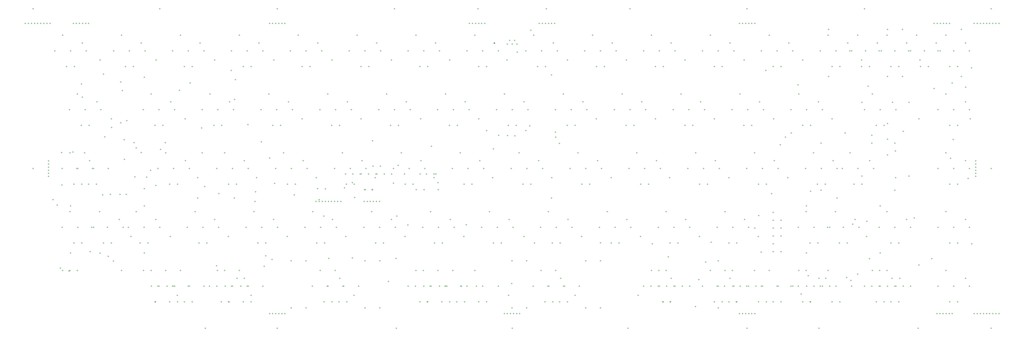
<source format=gbr>
%FSTAX23Y23*%
%MOIN*%
%SFA1B1*%

%IPPOS*%
%ADD142C,0.001000*%
%LNquadcube_65_pcb_mechanical_19-1*%
%LPD*%
G54D142*
X03118Y00926D02*
Y00946D01*
X03108Y00936D02*
X03128D01*
X03118Y00926D02*
Y00946D01*
X03108Y00936D02*
X03128D01*
X02868Y01026D02*
Y01046D01*
X02858Y01036D02*
X02878D01*
X02868Y01026D02*
Y01046D01*
X02858Y01036D02*
X02878D01*
X03018Y00626D02*
Y00646D01*
X03008Y00636D02*
X03028D01*
X03018Y00626D02*
Y00646D01*
X03008Y00636D02*
X03028D01*
X02918Y00626D02*
Y00646D01*
X02908Y00636D02*
X02928D01*
X02918Y00626D02*
Y00646D01*
X02908Y00636D02*
X02928D01*
X02968Y00826D02*
Y00846D01*
X02958Y00836D02*
X02978D01*
X02968Y00826D02*
Y00846D01*
X02958Y00836D02*
X02978D01*
X02768Y00826D02*
Y00846D01*
X02758Y00836D02*
X02778D01*
X02768Y00826D02*
Y00846D01*
X02758Y00836D02*
X02778D01*
X03168Y00826D02*
Y00846D01*
X03158Y00836D02*
X03178D01*
X03168Y00826D02*
Y00846D01*
X03158Y00836D02*
X03178D01*
X01243Y02426D02*
Y02446D01*
X01233Y02436D02*
X01253D01*
X01243Y02426D02*
Y02446D01*
X01233Y02436D02*
X01253D01*
X00993Y02526D02*
Y02546D01*
X00983Y02536D02*
X01003D01*
X00993Y02526D02*
Y02546D01*
X00983Y02536D02*
X01003D01*
X01143Y02126D02*
Y02146D01*
X01133Y02136D02*
X01153D01*
X01143Y02126D02*
Y02146D01*
X01133Y02136D02*
X01153D01*
X01043Y02126D02*
Y02146D01*
X01033Y02136D02*
X01053D01*
X01043Y02126D02*
Y02146D01*
X01033Y02136D02*
X01053D01*
X01093Y02326D02*
Y02346D01*
X01083Y02336D02*
X01103D01*
X01093Y02326D02*
Y02346D01*
X01083Y02336D02*
X01103D01*
X00893Y02326D02*
Y02346D01*
X00883Y02336D02*
X00903D01*
X00893Y02326D02*
Y02346D01*
X00883Y02336D02*
X00903D01*
X01293Y02326D02*
Y02346D01*
X01283Y02336D02*
X01303D01*
X01293Y02326D02*
Y02346D01*
X01283Y02336D02*
X01303D01*
X019Y03926D02*
Y03946D01*
X0189Y03936D02*
X0191D01*
X019Y03926D02*
Y03946D01*
X0189Y03936D02*
X0191D01*
X0165Y04026D02*
Y04046D01*
X0164Y04036D02*
X0166D01*
X0165Y04026D02*
Y04046D01*
X0164Y04036D02*
X0166D01*
X018Y03626D02*
Y03646D01*
X0179Y03636D02*
X0181D01*
X018Y03626D02*
Y03646D01*
X0179Y03636D02*
X0181D01*
X017Y03626D02*
Y03646D01*
X0169Y03636D02*
X0171D01*
X017Y03626D02*
Y03646D01*
X0169Y03636D02*
X0171D01*
X0175Y03826D02*
Y03846D01*
X0174Y03836D02*
X0176D01*
X0175Y03826D02*
Y03846D01*
X0174Y03836D02*
X0176D01*
X0155Y03826D02*
Y03846D01*
X0154Y03836D02*
X0156D01*
X0155Y03826D02*
Y03846D01*
X0154Y03836D02*
X0156D01*
X0195Y03826D02*
Y03846D01*
X0194Y03836D02*
X0196D01*
X0195Y03826D02*
Y03846D01*
X0194Y03836D02*
X0196D01*
X08493Y01026D02*
Y01046D01*
X08483Y01036D02*
X08503D01*
X08493Y01026D02*
Y01046D01*
X08483Y01036D02*
X08503D01*
X08643Y00626D02*
Y00646D01*
X08633Y00636D02*
X08653D01*
X08643Y00626D02*
Y00646D01*
X08633Y00636D02*
X08653D01*
X08543Y00626D02*
Y00646D01*
X08533Y00636D02*
X08553D01*
X08543Y00626D02*
Y00646D01*
X08533Y00636D02*
X08553D01*
X08593Y00826D02*
Y00846D01*
X08583Y00836D02*
X08603D01*
X08593Y00826D02*
Y00846D01*
X08583Y00836D02*
X08603D01*
X08393Y00826D02*
Y00846D01*
X08383Y00836D02*
X08403D01*
X08393Y00826D02*
Y00846D01*
X08383Y00836D02*
X08403D01*
X08793Y00826D02*
Y00846D01*
X08783Y00836D02*
X08803D01*
X08793Y00826D02*
Y00846D01*
X08783Y00836D02*
X08803D01*
X10368Y01776D02*
Y01796D01*
X10358Y01786D02*
X10378D01*
X10368Y01776D02*
Y01796D01*
X10358Y01786D02*
X10378D01*
X10518Y01376D02*
Y01396D01*
X10508Y01386D02*
X10528D01*
X10518Y01376D02*
Y01396D01*
X10508Y01386D02*
X10528D01*
X10418Y01376D02*
Y01396D01*
X10408Y01386D02*
X10428D01*
X10418Y01376D02*
Y01396D01*
X10408Y01386D02*
X10428D01*
X10468Y01576D02*
Y01596D01*
X10458Y01586D02*
X10478D01*
X10468Y01576D02*
Y01596D01*
X10458Y01586D02*
X10478D01*
X10268Y01576D02*
Y01596D01*
X10258Y01586D02*
X10278D01*
X10268Y01576D02*
Y01596D01*
X10258Y01586D02*
X10278D01*
X10668Y01576D02*
Y01596D01*
X10658Y01586D02*
X10678D01*
X10668Y01576D02*
Y01596D01*
X10658Y01586D02*
X10678D01*
X0994Y01776D02*
X0996D01*
X0995Y01766D02*
Y01786D01*
X0994Y01776D02*
X0996D01*
X0995Y01766D02*
Y01786D01*
X0994Y01676D02*
X0996D01*
X0995Y01666D02*
Y01686D01*
X0994Y01676D02*
X0996D01*
X0995Y01666D02*
Y01686D01*
X0994Y01576D02*
X0996D01*
X0995Y01566D02*
Y01586D01*
X0994Y01576D02*
X0996D01*
X0995Y01566D02*
Y01586D01*
X0994Y01476D02*
X0996D01*
X0995Y01466D02*
Y01486D01*
X0994Y01476D02*
X0996D01*
X0995Y01466D02*
Y01486D01*
X0994Y01376D02*
X0996D01*
X0995Y01366D02*
Y01386D01*
X0994Y01376D02*
X0996D01*
X0995Y01366D02*
Y01386D01*
X0994Y01276D02*
X0996D01*
X0995Y01266D02*
Y01286D01*
X0994Y01276D02*
X0996D01*
X0995Y01266D02*
Y01286D01*
X1004Y01676D02*
X1006D01*
X1005Y01666D02*
Y01686D01*
X1004Y01676D02*
X1006D01*
X1005Y01666D02*
Y01686D01*
X1004Y01576D02*
X1006D01*
X1005Y01566D02*
Y01586D01*
X1004Y01576D02*
X1006D01*
X1005Y01566D02*
Y01586D01*
X1004Y01476D02*
X1006D01*
X1005Y01466D02*
Y01486D01*
X1004Y01476D02*
X1006D01*
X1005Y01466D02*
Y01486D01*
X1004Y01276D02*
X1006D01*
X1005Y01266D02*
Y01286D01*
X1004Y01276D02*
X1006D01*
X1005Y01266D02*
Y01286D01*
X01618Y01676D02*
Y01696D01*
X01608Y01686D02*
X01628D01*
X01618Y01676D02*
Y01696D01*
X01608Y01686D02*
X01628D01*
X01368Y01776D02*
Y01796D01*
X01358Y01786D02*
X01378D01*
X01368Y01776D02*
Y01796D01*
X01358Y01786D02*
X01378D01*
X01518Y01376D02*
Y01396D01*
X01508Y01386D02*
X01528D01*
X01518Y01376D02*
Y01396D01*
X01508Y01386D02*
X01528D01*
X01418Y01376D02*
Y01396D01*
X01408Y01386D02*
X01428D01*
X01418Y01376D02*
Y01396D01*
X01408Y01386D02*
X01428D01*
X01468Y01576D02*
Y01596D01*
X01458Y01586D02*
X01478D01*
X01468Y01576D02*
Y01596D01*
X01458Y01586D02*
X01478D01*
X01268Y01576D02*
Y01596D01*
X01258Y01586D02*
X01278D01*
X01268Y01576D02*
Y01596D01*
X01258Y01586D02*
X01278D01*
X01668Y01576D02*
Y01596D01*
X01658Y01586D02*
X01678D01*
X01668Y01576D02*
Y01596D01*
X01658Y01586D02*
X01678D01*
X00998Y01851D02*
Y01871D01*
X00988Y01861D02*
X01008D01*
X00998Y01851D02*
Y01871D01*
X00988Y01861D02*
X01008D01*
X00998Y01251D02*
Y01271D01*
X00988Y01261D02*
X01008D01*
X00998Y01251D02*
Y01271D01*
X00988Y01261D02*
X01008D01*
X01938Y01851D02*
Y01871D01*
X01928Y01861D02*
X01948D01*
X01938Y01851D02*
Y01871D01*
X01928Y01861D02*
X01948D01*
X01938Y01251D02*
Y01271D01*
X01928Y01261D02*
X01948D01*
X01938Y01251D02*
Y01271D01*
X01928Y01261D02*
X01948D01*
X0265Y03926D02*
Y03946D01*
X0264Y03936D02*
X0266D01*
X0265Y03926D02*
Y03946D01*
X0264Y03936D02*
X0266D01*
X024Y04026D02*
Y04046D01*
X0239Y04036D02*
X0241D01*
X024Y04026D02*
Y04046D01*
X0239Y04036D02*
X0241D01*
X0255Y03626D02*
Y03646D01*
X0254Y03636D02*
X0256D01*
X0255Y03626D02*
Y03646D01*
X0254Y03636D02*
X0256D01*
X0245Y03626D02*
Y03646D01*
X0244Y03636D02*
X0246D01*
X0245Y03626D02*
Y03646D01*
X0244Y03636D02*
X0246D01*
X025Y03826D02*
Y03846D01*
X0249Y03836D02*
X0251D01*
X025Y03826D02*
Y03846D01*
X0249Y03836D02*
X0251D01*
X023Y03826D02*
Y03846D01*
X0229Y03836D02*
X0231D01*
X023Y03826D02*
Y03846D01*
X0229Y03836D02*
X0231D01*
X027Y03826D02*
Y03846D01*
X0269Y03836D02*
X0271D01*
X027Y03826D02*
Y03846D01*
X0269Y03836D02*
X0271D01*
X034Y03926D02*
Y03946D01*
X0339Y03936D02*
X0341D01*
X034Y03926D02*
Y03946D01*
X0339Y03936D02*
X0341D01*
X0315Y04026D02*
Y04046D01*
X0314Y04036D02*
X0316D01*
X0315Y04026D02*
Y04046D01*
X0314Y04036D02*
X0316D01*
X033Y03626D02*
Y03646D01*
X0329Y03636D02*
X0331D01*
X033Y03626D02*
Y03646D01*
X0329Y03636D02*
X0331D01*
X032Y03626D02*
Y03646D01*
X0319Y03636D02*
X0321D01*
X032Y03626D02*
Y03646D01*
X0319Y03636D02*
X0321D01*
X0325Y03826D02*
Y03846D01*
X0324Y03836D02*
X0326D01*
X0325Y03826D02*
Y03846D01*
X0324Y03836D02*
X0326D01*
X0305Y03826D02*
Y03846D01*
X0304Y03836D02*
X0306D01*
X0305Y03826D02*
Y03846D01*
X0304Y03836D02*
X0306D01*
X0345Y03826D02*
Y03846D01*
X0344Y03836D02*
X0346D01*
X0345Y03826D02*
Y03846D01*
X0344Y03836D02*
X0346D01*
X0415Y03926D02*
Y03946D01*
X0414Y03936D02*
X0416D01*
X0415Y03926D02*
Y03946D01*
X0414Y03936D02*
X0416D01*
X039Y04026D02*
Y04046D01*
X0389Y04036D02*
X0391D01*
X039Y04026D02*
Y04046D01*
X0389Y04036D02*
X0391D01*
X0405Y03626D02*
Y03646D01*
X0404Y03636D02*
X0406D01*
X0405Y03626D02*
Y03646D01*
X0404Y03636D02*
X0406D01*
X0395Y03626D02*
Y03646D01*
X0394Y03636D02*
X0396D01*
X0395Y03626D02*
Y03646D01*
X0394Y03636D02*
X0396D01*
X04Y03826D02*
Y03846D01*
X0399Y03836D02*
X0401D01*
X04Y03826D02*
Y03846D01*
X0399Y03836D02*
X0401D01*
X038Y03826D02*
Y03846D01*
X0379Y03836D02*
X0381D01*
X038Y03826D02*
Y03846D01*
X0379Y03836D02*
X0381D01*
X042Y03826D02*
Y03846D01*
X0419Y03836D02*
X0421D01*
X042Y03826D02*
Y03846D01*
X0419Y03836D02*
X0421D01*
X124Y03926D02*
Y03946D01*
X1239Y03936D02*
X1241D01*
X124Y03926D02*
Y03946D01*
X1239Y03936D02*
X1241D01*
X1215Y04026D02*
Y04046D01*
X1214Y04036D02*
X1216D01*
X1215Y04026D02*
Y04046D01*
X1214Y04036D02*
X1216D01*
X123Y03626D02*
Y03646D01*
X1229Y03636D02*
X1231D01*
X123Y03626D02*
Y03646D01*
X1229Y03636D02*
X1231D01*
X122Y03626D02*
Y03646D01*
X1219Y03636D02*
X1221D01*
X122Y03626D02*
Y03646D01*
X1219Y03636D02*
X1221D01*
X1225Y03826D02*
Y03846D01*
X1224Y03836D02*
X1226D01*
X1225Y03826D02*
Y03846D01*
X1224Y03836D02*
X1226D01*
X1205Y03826D02*
Y03846D01*
X1204Y03836D02*
X1206D01*
X1205Y03826D02*
Y03846D01*
X1204Y03836D02*
X1206D01*
X1245Y03826D02*
Y03846D01*
X1244Y03836D02*
X1246D01*
X1245Y03826D02*
Y03846D01*
X1244Y03836D02*
X1246D01*
X124Y00926D02*
Y00946D01*
X1239Y00936D02*
X1241D01*
X124Y00926D02*
Y00946D01*
X1239Y00936D02*
X1241D01*
X1215Y01026D02*
Y01046D01*
X1214Y01036D02*
X1216D01*
X1215Y01026D02*
Y01046D01*
X1214Y01036D02*
X1216D01*
X123Y00626D02*
Y00646D01*
X1229Y00636D02*
X1231D01*
X123Y00626D02*
Y00646D01*
X1229Y00636D02*
X1231D01*
X122Y00626D02*
Y00646D01*
X1219Y00636D02*
X1221D01*
X122Y00626D02*
Y00646D01*
X1219Y00636D02*
X1221D01*
X1225Y00826D02*
Y00846D01*
X1224Y00836D02*
X1226D01*
X1225Y00826D02*
Y00846D01*
X1224Y00836D02*
X1226D01*
X1205Y00826D02*
Y00846D01*
X1204Y00836D02*
X1206D01*
X1205Y00826D02*
Y00846D01*
X1204Y00836D02*
X1206D01*
X1245Y00826D02*
Y00846D01*
X1244Y00836D02*
X1246D01*
X1245Y00826D02*
Y00846D01*
X1244Y00836D02*
X1246D01*
X1165Y01676D02*
Y01696D01*
X1164Y01686D02*
X1166D01*
X1165Y01676D02*
Y01696D01*
X1164Y01686D02*
X1166D01*
X114Y01776D02*
Y01796D01*
X1139Y01786D02*
X1141D01*
X114Y01776D02*
Y01796D01*
X1139Y01786D02*
X1141D01*
X1155Y01376D02*
Y01396D01*
X1154Y01386D02*
X1156D01*
X1155Y01376D02*
Y01396D01*
X1154Y01386D02*
X1156D01*
X1145Y01376D02*
Y01396D01*
X1144Y01386D02*
X1146D01*
X1145Y01376D02*
Y01396D01*
X1144Y01386D02*
X1146D01*
X115Y01576D02*
Y01596D01*
X1149Y01586D02*
X1151D01*
X115Y01576D02*
Y01596D01*
X1149Y01586D02*
X1151D01*
X113Y01576D02*
Y01596D01*
X1129Y01586D02*
X1131D01*
X113Y01576D02*
Y01596D01*
X1129Y01586D02*
X1131D01*
X117Y01576D02*
Y01596D01*
X1169Y01586D02*
X1171D01*
X117Y01576D02*
Y01596D01*
X1169Y01586D02*
X1171D01*
X09775Y03176D02*
Y03196D01*
X09765Y03186D02*
X09785D01*
X09775Y03176D02*
Y03196D01*
X09765Y03186D02*
X09785D01*
X09525Y03276D02*
Y03296D01*
X09515Y03286D02*
X09535D01*
X09525Y03276D02*
Y03296D01*
X09515Y03286D02*
X09535D01*
X09675Y02876D02*
Y02896D01*
X09665Y02886D02*
X09685D01*
X09675Y02876D02*
Y02896D01*
X09665Y02886D02*
X09685D01*
X09575Y02876D02*
Y02896D01*
X09565Y02886D02*
X09585D01*
X09575Y02876D02*
Y02896D01*
X09565Y02886D02*
X09585D01*
X09625Y03076D02*
Y03096D01*
X09615Y03086D02*
X09635D01*
X09625Y03076D02*
Y03096D01*
X09615Y03086D02*
X09635D01*
X09425Y03076D02*
Y03096D01*
X09415Y03086D02*
X09435D01*
X09425Y03076D02*
Y03096D01*
X09415Y03086D02*
X09435D01*
X09825Y03076D02*
Y03096D01*
X09815Y03086D02*
X09835D01*
X09825Y03076D02*
Y03096D01*
X09815Y03086D02*
X09835D01*
X09025Y03176D02*
Y03196D01*
X09015Y03186D02*
X09035D01*
X09025Y03176D02*
Y03196D01*
X09015Y03186D02*
X09035D01*
X08775Y03276D02*
Y03296D01*
X08765Y03286D02*
X08785D01*
X08775Y03276D02*
Y03296D01*
X08765Y03286D02*
X08785D01*
X08925Y02876D02*
Y02896D01*
X08915Y02886D02*
X08935D01*
X08925Y02876D02*
Y02896D01*
X08915Y02886D02*
X08935D01*
X08825Y02876D02*
Y02896D01*
X08815Y02886D02*
X08835D01*
X08825Y02876D02*
Y02896D01*
X08815Y02886D02*
X08835D01*
X08875Y03076D02*
Y03096D01*
X08865Y03086D02*
X08885D01*
X08875Y03076D02*
Y03096D01*
X08865Y03086D02*
X08885D01*
X08675Y03076D02*
Y03096D01*
X08665Y03086D02*
X08685D01*
X08675Y03076D02*
Y03096D01*
X08665Y03086D02*
X08685D01*
X09075Y03076D02*
Y03096D01*
X09065Y03086D02*
X09085D01*
X09075Y03076D02*
Y03096D01*
X09065Y03086D02*
X09085D01*
X08275Y03176D02*
Y03196D01*
X08265Y03186D02*
X08285D01*
X08275Y03176D02*
Y03196D01*
X08265Y03186D02*
X08285D01*
X08025Y03276D02*
Y03296D01*
X08015Y03286D02*
X08035D01*
X08025Y03276D02*
Y03296D01*
X08015Y03286D02*
X08035D01*
X08175Y02876D02*
Y02896D01*
X08165Y02886D02*
X08185D01*
X08175Y02876D02*
Y02896D01*
X08165Y02886D02*
X08185D01*
X08075Y02876D02*
Y02896D01*
X08065Y02886D02*
X08085D01*
X08075Y02876D02*
Y02896D01*
X08065Y02886D02*
X08085D01*
X08125Y03076D02*
Y03096D01*
X08115Y03086D02*
X08135D01*
X08125Y03076D02*
Y03096D01*
X08115Y03086D02*
X08135D01*
X07925Y03076D02*
Y03096D01*
X07915Y03086D02*
X07935D01*
X07925Y03076D02*
Y03096D01*
X07915Y03086D02*
X07935D01*
X08325Y03076D02*
Y03096D01*
X08315Y03086D02*
X08335D01*
X08325Y03076D02*
Y03096D01*
X08315Y03086D02*
X08335D01*
X07525Y03176D02*
Y03196D01*
X07515Y03186D02*
X07535D01*
X07525Y03176D02*
Y03196D01*
X07515Y03186D02*
X07535D01*
X07275Y03276D02*
Y03296D01*
X07265Y03286D02*
X07285D01*
X07275Y03276D02*
Y03296D01*
X07265Y03286D02*
X07285D01*
X07425Y02876D02*
Y02896D01*
X07415Y02886D02*
X07435D01*
X07425Y02876D02*
Y02896D01*
X07415Y02886D02*
X07435D01*
X07325Y02876D02*
Y02896D01*
X07315Y02886D02*
X07335D01*
X07325Y02876D02*
Y02896D01*
X07315Y02886D02*
X07335D01*
X07375Y03076D02*
Y03096D01*
X07365Y03086D02*
X07385D01*
X07375Y03076D02*
Y03096D01*
X07365Y03086D02*
X07385D01*
X07175Y03076D02*
Y03096D01*
X07165Y03086D02*
X07185D01*
X07175Y03076D02*
Y03096D01*
X07165Y03086D02*
X07185D01*
X07575Y03076D02*
Y03096D01*
X07565Y03086D02*
X07585D01*
X07575Y03076D02*
Y03096D01*
X07565Y03086D02*
X07585D01*
X06775Y03176D02*
Y03196D01*
X06765Y03186D02*
X06785D01*
X06775Y03176D02*
Y03196D01*
X06765Y03186D02*
X06785D01*
X06525Y03276D02*
Y03296D01*
X06515Y03286D02*
X06535D01*
X06525Y03276D02*
Y03296D01*
X06515Y03286D02*
X06535D01*
X06675Y02876D02*
Y02896D01*
X06665Y02886D02*
X06685D01*
X06675Y02876D02*
Y02896D01*
X06665Y02886D02*
X06685D01*
X06575Y02876D02*
Y02896D01*
X06565Y02886D02*
X06585D01*
X06575Y02876D02*
Y02896D01*
X06565Y02886D02*
X06585D01*
X06625Y03076D02*
Y03096D01*
X06615Y03086D02*
X06635D01*
X06625Y03076D02*
Y03096D01*
X06615Y03086D02*
X06635D01*
X06425Y03076D02*
Y03096D01*
X06415Y03086D02*
X06435D01*
X06425Y03076D02*
Y03096D01*
X06415Y03086D02*
X06435D01*
X06825Y03076D02*
Y03096D01*
X06815Y03086D02*
X06835D01*
X06825Y03076D02*
Y03096D01*
X06815Y03086D02*
X06835D01*
X094Y03926D02*
Y03946D01*
X0939Y03936D02*
X0941D01*
X094Y03926D02*
Y03946D01*
X0939Y03936D02*
X0941D01*
X0915Y04026D02*
Y04046D01*
X0914Y04036D02*
X0916D01*
X0915Y04026D02*
Y04046D01*
X0914Y04036D02*
X0916D01*
X093Y03626D02*
Y03646D01*
X0929Y03636D02*
X0931D01*
X093Y03626D02*
Y03646D01*
X0929Y03636D02*
X0931D01*
X092Y03626D02*
Y03646D01*
X0919Y03636D02*
X0921D01*
X092Y03626D02*
Y03646D01*
X0919Y03636D02*
X0921D01*
X0925Y03826D02*
Y03846D01*
X0924Y03836D02*
X0926D01*
X0925Y03826D02*
Y03846D01*
X0924Y03836D02*
X0926D01*
X0905Y03826D02*
Y03846D01*
X0904Y03836D02*
X0906D01*
X0905Y03826D02*
Y03846D01*
X0904Y03836D02*
X0906D01*
X0945Y03826D02*
Y03846D01*
X0944Y03836D02*
X0946D01*
X0945Y03826D02*
Y03846D01*
X0944Y03836D02*
X0946D01*
X1015Y03926D02*
Y03946D01*
X1014Y03936D02*
X1016D01*
X1015Y03926D02*
Y03946D01*
X1014Y03936D02*
X1016D01*
X099Y04026D02*
Y04046D01*
X0989Y04036D02*
X0991D01*
X099Y04026D02*
Y04046D01*
X0989Y04036D02*
X0991D01*
X1005Y03626D02*
Y03646D01*
X1004Y03636D02*
X1006D01*
X1005Y03626D02*
Y03646D01*
X1004Y03636D02*
X1006D01*
X0995Y03626D02*
Y03646D01*
X0994Y03636D02*
X0996D01*
X0995Y03626D02*
Y03646D01*
X0994Y03636D02*
X0996D01*
X1Y03826D02*
Y03846D01*
X0999Y03836D02*
X1001D01*
X1Y03826D02*
Y03846D01*
X0999Y03836D02*
X1001D01*
X098Y03826D02*
Y03846D01*
X0979Y03836D02*
X0981D01*
X098Y03826D02*
Y03846D01*
X0979Y03836D02*
X0981D01*
X102Y03826D02*
Y03846D01*
X1019Y03836D02*
X1021D01*
X102Y03826D02*
Y03846D01*
X1019Y03836D02*
X1021D01*
X0865Y03926D02*
Y03946D01*
X0864Y03936D02*
X0866D01*
X0865Y03926D02*
Y03946D01*
X0864Y03936D02*
X0866D01*
X084Y04026D02*
Y04046D01*
X0839Y04036D02*
X0841D01*
X084Y04026D02*
Y04046D01*
X0839Y04036D02*
X0841D01*
X0855Y03626D02*
Y03646D01*
X0854Y03636D02*
X0856D01*
X0855Y03626D02*
Y03646D01*
X0854Y03636D02*
X0856D01*
X0845Y03626D02*
Y03646D01*
X0844Y03636D02*
X0846D01*
X0845Y03626D02*
Y03646D01*
X0844Y03636D02*
X0846D01*
X085Y03826D02*
Y03846D01*
X0849Y03836D02*
X0851D01*
X085Y03826D02*
Y03846D01*
X0849Y03836D02*
X0851D01*
X083Y03826D02*
Y03846D01*
X0829Y03836D02*
X0831D01*
X083Y03826D02*
Y03846D01*
X0829Y03836D02*
X0831D01*
X087Y03826D02*
Y03846D01*
X0869Y03836D02*
X0871D01*
X087Y03826D02*
Y03846D01*
X0869Y03836D02*
X0871D01*
X079Y03926D02*
Y03946D01*
X0789Y03936D02*
X0791D01*
X079Y03926D02*
Y03946D01*
X0789Y03936D02*
X0791D01*
X0765Y04026D02*
Y04046D01*
X0764Y04036D02*
X0766D01*
X0765Y04026D02*
Y04046D01*
X0764Y04036D02*
X0766D01*
X078Y03626D02*
Y03646D01*
X0779Y03636D02*
X0781D01*
X078Y03626D02*
Y03646D01*
X0779Y03636D02*
X0781D01*
X077Y03626D02*
Y03646D01*
X0769Y03636D02*
X0771D01*
X077Y03626D02*
Y03646D01*
X0769Y03636D02*
X0771D01*
X0775Y03826D02*
Y03846D01*
X0774Y03836D02*
X0776D01*
X0775Y03826D02*
Y03846D01*
X0774Y03836D02*
X0776D01*
X0755Y03826D02*
Y03846D01*
X0754Y03836D02*
X0756D01*
X0755Y03826D02*
Y03846D01*
X0754Y03836D02*
X0756D01*
X0795Y03826D02*
Y03846D01*
X0794Y03836D02*
X0796D01*
X0795Y03826D02*
Y03846D01*
X0794Y03836D02*
X0796D01*
X0715Y03926D02*
Y03946D01*
X0714Y03936D02*
X0716D01*
X0715Y03926D02*
Y03946D01*
X0714Y03936D02*
X0716D01*
X069Y04026D02*
Y04046D01*
X0689Y04036D02*
X0691D01*
X069Y04026D02*
Y04046D01*
X0689Y04036D02*
X0691D01*
X0705Y03626D02*
Y03646D01*
X0704Y03636D02*
X0706D01*
X0705Y03626D02*
Y03646D01*
X0704Y03636D02*
X0706D01*
X0695Y03626D02*
Y03646D01*
X0694Y03636D02*
X0696D01*
X0695Y03626D02*
Y03646D01*
X0694Y03636D02*
X0696D01*
X07Y03826D02*
Y03846D01*
X0699Y03836D02*
X0701D01*
X07Y03826D02*
Y03846D01*
X0699Y03836D02*
X0701D01*
X068Y03826D02*
Y03846D01*
X0679Y03836D02*
X0681D01*
X068Y03826D02*
Y03846D01*
X0679Y03836D02*
X0681D01*
X072Y03826D02*
Y03846D01*
X0719Y03836D02*
X0721D01*
X072Y03826D02*
Y03846D01*
X0719Y03836D02*
X0721D01*
X064Y03926D02*
Y03946D01*
X0639Y03936D02*
X0641D01*
X064Y03926D02*
Y03946D01*
X0639Y03936D02*
X0641D01*
X0615Y04026D02*
Y04046D01*
X0614Y04036D02*
X0616D01*
X0615Y04026D02*
Y04046D01*
X0614Y04036D02*
X0616D01*
X063Y03626D02*
Y03646D01*
X0629Y03636D02*
X0631D01*
X063Y03626D02*
Y03646D01*
X0629Y03636D02*
X0631D01*
X062Y03626D02*
Y03646D01*
X0619Y03636D02*
X0621D01*
X062Y03626D02*
Y03646D01*
X0619Y03636D02*
X0621D01*
X0625Y03826D02*
Y03846D01*
X0624Y03836D02*
X0626D01*
X0625Y03826D02*
Y03846D01*
X0624Y03836D02*
X0626D01*
X0605Y03826D02*
Y03846D01*
X0604Y03836D02*
X0606D01*
X0605Y03826D02*
Y03846D01*
X0604Y03836D02*
X0606D01*
X0645Y03826D02*
Y03846D01*
X0644Y03836D02*
X0646D01*
X0645Y03826D02*
Y03846D01*
X0644Y03836D02*
X0646D01*
X0565Y03926D02*
Y03946D01*
X0564Y03936D02*
X0566D01*
X0565Y03926D02*
Y03946D01*
X0564Y03936D02*
X0566D01*
X054Y04026D02*
Y04046D01*
X0539Y04036D02*
X0541D01*
X054Y04026D02*
Y04046D01*
X0539Y04036D02*
X0541D01*
X0555Y03626D02*
Y03646D01*
X0554Y03636D02*
X0556D01*
X0555Y03626D02*
Y03646D01*
X0554Y03636D02*
X0556D01*
X0545Y03626D02*
Y03646D01*
X0544Y03636D02*
X0546D01*
X0545Y03626D02*
Y03646D01*
X0544Y03636D02*
X0546D01*
X055Y03826D02*
Y03846D01*
X0549Y03836D02*
X0551D01*
X055Y03826D02*
Y03846D01*
X0549Y03836D02*
X0551D01*
X053Y03826D02*
Y03846D01*
X0529Y03836D02*
X0531D01*
X053Y03826D02*
Y03846D01*
X0529Y03836D02*
X0531D01*
X057Y03826D02*
Y03846D01*
X0569Y03836D02*
X0571D01*
X057Y03826D02*
Y03846D01*
X0569Y03836D02*
X0571D01*
X049Y03926D02*
Y03946D01*
X0489Y03936D02*
X0491D01*
X049Y03926D02*
Y03946D01*
X0489Y03936D02*
X0491D01*
X0465Y04026D02*
Y04046D01*
X0464Y04036D02*
X0466D01*
X0465Y04026D02*
Y04046D01*
X0464Y04036D02*
X0466D01*
X048Y03626D02*
Y03646D01*
X0479Y03636D02*
X0481D01*
X048Y03626D02*
Y03646D01*
X0479Y03636D02*
X0481D01*
X047Y03626D02*
Y03646D01*
X0469Y03636D02*
X0471D01*
X047Y03626D02*
Y03646D01*
X0469Y03636D02*
X0471D01*
X0475Y03826D02*
Y03846D01*
X0474Y03836D02*
X0476D01*
X0475Y03826D02*
Y03846D01*
X0474Y03836D02*
X0476D01*
X0455Y03826D02*
Y03846D01*
X0454Y03836D02*
X0456D01*
X0455Y03826D02*
Y03846D01*
X0454Y03836D02*
X0456D01*
X0495Y03826D02*
Y03846D01*
X0494Y03836D02*
X0496D01*
X0495Y03826D02*
Y03846D01*
X0494Y03836D02*
X0496D01*
X05275Y03176D02*
Y03196D01*
X05265Y03186D02*
X05285D01*
X05275Y03176D02*
Y03196D01*
X05265Y03186D02*
X05285D01*
X05025Y03276D02*
Y03296D01*
X05015Y03286D02*
X05035D01*
X05025Y03276D02*
Y03296D01*
X05015Y03286D02*
X05035D01*
X05175Y02876D02*
Y02896D01*
X05165Y02886D02*
X05185D01*
X05175Y02876D02*
Y02896D01*
X05165Y02886D02*
X05185D01*
X05075Y02876D02*
Y02896D01*
X05065Y02886D02*
X05085D01*
X05075Y02876D02*
Y02896D01*
X05065Y02886D02*
X05085D01*
X05125Y03076D02*
Y03096D01*
X05115Y03086D02*
X05135D01*
X05125Y03076D02*
Y03096D01*
X05115Y03086D02*
X05135D01*
X04925Y03076D02*
Y03096D01*
X04915Y03086D02*
X04935D01*
X04925Y03076D02*
Y03096D01*
X04915Y03086D02*
X04935D01*
X05325Y03076D02*
Y03096D01*
X05315Y03086D02*
X05335D01*
X05325Y03076D02*
Y03096D01*
X05315Y03086D02*
X05335D01*
X06025Y03176D02*
Y03196D01*
X06015Y03186D02*
X06035D01*
X06025Y03176D02*
Y03196D01*
X06015Y03186D02*
X06035D01*
X05775Y03276D02*
Y03296D01*
X05765Y03286D02*
X05785D01*
X05775Y03276D02*
Y03296D01*
X05765Y03286D02*
X05785D01*
X05925Y02876D02*
Y02896D01*
X05915Y02886D02*
X05935D01*
X05925Y02876D02*
Y02896D01*
X05915Y02886D02*
X05935D01*
X05825Y02876D02*
Y02896D01*
X05815Y02886D02*
X05835D01*
X05825Y02876D02*
Y02896D01*
X05815Y02886D02*
X05835D01*
X05875Y03076D02*
Y03096D01*
X05865Y03086D02*
X05885D01*
X05875Y03076D02*
Y03096D01*
X05865Y03086D02*
X05885D01*
X05675Y03076D02*
Y03096D01*
X05665Y03086D02*
X05685D01*
X05675Y03076D02*
Y03096D01*
X05665Y03086D02*
X05685D01*
X06075Y03076D02*
Y03096D01*
X06065Y03086D02*
X06085D01*
X06075Y03076D02*
Y03096D01*
X06065Y03086D02*
X06085D01*
X04525Y03176D02*
Y03196D01*
X04515Y03186D02*
X04535D01*
X04525Y03176D02*
Y03196D01*
X04515Y03186D02*
X04535D01*
X04275Y03276D02*
Y03296D01*
X04265Y03286D02*
X04285D01*
X04275Y03276D02*
Y03296D01*
X04265Y03286D02*
X04285D01*
X04425Y02876D02*
Y02896D01*
X04415Y02886D02*
X04435D01*
X04425Y02876D02*
Y02896D01*
X04415Y02886D02*
X04435D01*
X04325Y02876D02*
Y02896D01*
X04315Y02886D02*
X04335D01*
X04325Y02876D02*
Y02896D01*
X04315Y02886D02*
X04335D01*
X04375Y03076D02*
Y03096D01*
X04365Y03086D02*
X04385D01*
X04375Y03076D02*
Y03096D01*
X04365Y03086D02*
X04385D01*
X04175Y03076D02*
Y03096D01*
X04165Y03086D02*
X04185D01*
X04175Y03076D02*
Y03096D01*
X04165Y03086D02*
X04185D01*
X04575Y03076D02*
Y03096D01*
X04565Y03086D02*
X04585D01*
X04575Y03076D02*
Y03096D01*
X04565Y03086D02*
X04585D01*
X03775Y03176D02*
Y03196D01*
X03765Y03186D02*
X03785D01*
X03775Y03176D02*
Y03196D01*
X03765Y03186D02*
X03785D01*
X03525Y03276D02*
Y03296D01*
X03515Y03286D02*
X03535D01*
X03525Y03276D02*
Y03296D01*
X03515Y03286D02*
X03535D01*
X03675Y02876D02*
Y02896D01*
X03665Y02886D02*
X03685D01*
X03675Y02876D02*
Y02896D01*
X03665Y02886D02*
X03685D01*
X03575Y02876D02*
Y02896D01*
X03565Y02886D02*
X03585D01*
X03575Y02876D02*
Y02896D01*
X03565Y02886D02*
X03585D01*
X03625Y03076D02*
Y03096D01*
X03615Y03086D02*
X03635D01*
X03625Y03076D02*
Y03096D01*
X03615Y03086D02*
X03635D01*
X03425Y03076D02*
Y03096D01*
X03415Y03086D02*
X03435D01*
X03425Y03076D02*
Y03096D01*
X03415Y03086D02*
X03435D01*
X03825Y03076D02*
Y03096D01*
X03815Y03086D02*
X03835D01*
X03825Y03076D02*
Y03096D01*
X03815Y03086D02*
X03835D01*
X01337Y03176D02*
Y03196D01*
X01327Y03186D02*
X01347D01*
X01337Y03176D02*
Y03196D01*
X01327Y03186D02*
X01347D01*
X01087Y03276D02*
Y03296D01*
X01077Y03286D02*
X01097D01*
X01087Y03276D02*
Y03296D01*
X01077Y03286D02*
X01097D01*
X01237Y02876D02*
Y02896D01*
X01227Y02886D02*
X01247D01*
X01237Y02876D02*
Y02896D01*
X01227Y02886D02*
X01247D01*
X01137Y02876D02*
Y02896D01*
X01127Y02886D02*
X01147D01*
X01137Y02876D02*
Y02896D01*
X01127Y02886D02*
X01147D01*
X01187Y03076D02*
Y03096D01*
X01177Y03086D02*
X01197D01*
X01187Y03076D02*
Y03096D01*
X01177Y03086D02*
X01197D01*
X00987Y03076D02*
Y03096D01*
X00977Y03086D02*
X00997D01*
X00987Y03076D02*
Y03096D01*
X00977Y03086D02*
X00997D01*
X01387Y03076D02*
Y03096D01*
X01377Y03086D02*
X01397D01*
X01387Y03076D02*
Y03096D01*
X01377Y03086D02*
X01397D01*
X02275Y03176D02*
Y03196D01*
X02265Y03186D02*
X02285D01*
X02275Y03176D02*
Y03196D01*
X02265Y03186D02*
X02285D01*
X02025Y03276D02*
Y03296D01*
X02015Y03286D02*
X02035D01*
X02025Y03276D02*
Y03296D01*
X02015Y03286D02*
X02035D01*
X02175Y02876D02*
Y02896D01*
X02165Y02886D02*
X02185D01*
X02175Y02876D02*
Y02896D01*
X02165Y02886D02*
X02185D01*
X02075Y02876D02*
Y02896D01*
X02065Y02886D02*
X02085D01*
X02075Y02876D02*
Y02896D01*
X02065Y02886D02*
X02085D01*
X02125Y03076D02*
Y03096D01*
X02115Y03086D02*
X02135D01*
X02125Y03076D02*
Y03096D01*
X02115Y03086D02*
X02135D01*
X01925Y03076D02*
Y03096D01*
X01915Y03086D02*
X01935D01*
X01925Y03076D02*
Y03096D01*
X01915Y03086D02*
X01935D01*
X02325Y03076D02*
Y03096D01*
X02315Y03086D02*
X02335D01*
X02325Y03076D02*
Y03096D01*
X02315Y03086D02*
X02335D01*
X03025Y03176D02*
Y03196D01*
X03015Y03186D02*
X03035D01*
X03025Y03176D02*
Y03196D01*
X03015Y03186D02*
X03035D01*
X02775Y03276D02*
Y03296D01*
X02765Y03286D02*
X02785D01*
X02775Y03276D02*
Y03296D01*
X02765Y03286D02*
X02785D01*
X02925Y02876D02*
Y02896D01*
X02915Y02886D02*
X02935D01*
X02925Y02876D02*
Y02896D01*
X02915Y02886D02*
X02935D01*
X02825Y02876D02*
Y02896D01*
X02815Y02886D02*
X02835D01*
X02825Y02876D02*
Y02896D01*
X02815Y02886D02*
X02835D01*
X02875Y03076D02*
Y03096D01*
X02865Y03086D02*
X02885D01*
X02875Y03076D02*
Y03096D01*
X02865Y03086D02*
X02885D01*
X02675Y03076D02*
Y03096D01*
X02665Y03086D02*
X02685D01*
X02675Y03076D02*
Y03096D01*
X02665Y03086D02*
X02685D01*
X03075Y03076D02*
Y03096D01*
X03065Y03086D02*
X03085D01*
X03075Y03076D02*
Y03096D01*
X03065Y03086D02*
X03085D01*
X02462Y02426D02*
Y02446D01*
X02452Y02436D02*
X02472D01*
X02462Y02426D02*
Y02446D01*
X02452Y02436D02*
X02472D01*
X02212Y02526D02*
Y02546D01*
X02202Y02536D02*
X02222D01*
X02212Y02526D02*
Y02546D01*
X02202Y02536D02*
X02222D01*
X02362Y02126D02*
Y02146D01*
X02352Y02136D02*
X02372D01*
X02362Y02126D02*
Y02146D01*
X02352Y02136D02*
X02372D01*
X02262Y02126D02*
Y02146D01*
X02252Y02136D02*
X02272D01*
X02262Y02126D02*
Y02146D01*
X02252Y02136D02*
X02272D01*
X02312Y02326D02*
Y02346D01*
X02302Y02336D02*
X02322D01*
X02312Y02326D02*
Y02346D01*
X02302Y02336D02*
X02322D01*
X02112Y02326D02*
Y02346D01*
X02102Y02336D02*
X02122D01*
X02112Y02326D02*
Y02346D01*
X02102Y02336D02*
X02122D01*
X02512Y02326D02*
Y02346D01*
X02502Y02336D02*
X02522D01*
X02512Y02326D02*
Y02346D01*
X02502Y02336D02*
X02522D01*
X03212Y02426D02*
Y02446D01*
X03202Y02436D02*
X03222D01*
X03212Y02426D02*
Y02446D01*
X03202Y02436D02*
X03222D01*
X02962Y02526D02*
Y02546D01*
X02952Y02536D02*
X02972D01*
X02962Y02526D02*
Y02546D01*
X02952Y02536D02*
X02972D01*
X03112Y02126D02*
Y02146D01*
X03102Y02136D02*
X03122D01*
X03112Y02126D02*
Y02146D01*
X03102Y02136D02*
X03122D01*
X03012Y02126D02*
Y02146D01*
X03002Y02136D02*
X03022D01*
X03012Y02126D02*
Y02146D01*
X03002Y02136D02*
X03022D01*
X03062Y02326D02*
Y02346D01*
X03052Y02336D02*
X03072D01*
X03062Y02326D02*
Y02346D01*
X03052Y02336D02*
X03072D01*
X02862Y02326D02*
Y02346D01*
X02852Y02336D02*
X02872D01*
X02862Y02326D02*
Y02346D01*
X02852Y02336D02*
X02872D01*
X03262Y02326D02*
Y02346D01*
X03252Y02336D02*
X03272D01*
X03262Y02326D02*
Y02346D01*
X03252Y02336D02*
X03272D01*
X03962Y02426D02*
Y02446D01*
X03952Y02436D02*
X03972D01*
X03962Y02426D02*
Y02446D01*
X03952Y02436D02*
X03972D01*
X03712Y02526D02*
Y02546D01*
X03702Y02536D02*
X03722D01*
X03712Y02526D02*
Y02546D01*
X03702Y02536D02*
X03722D01*
X03862Y02126D02*
Y02146D01*
X03852Y02136D02*
X03872D01*
X03862Y02126D02*
Y02146D01*
X03852Y02136D02*
X03872D01*
X03762Y02126D02*
Y02146D01*
X03752Y02136D02*
X03772D01*
X03762Y02126D02*
Y02146D01*
X03752Y02136D02*
X03772D01*
X03812Y02326D02*
Y02346D01*
X03802Y02336D02*
X03822D01*
X03812Y02326D02*
Y02346D01*
X03802Y02336D02*
X03822D01*
X03612Y02326D02*
Y02346D01*
X03602Y02336D02*
X03622D01*
X03612Y02326D02*
Y02346D01*
X03602Y02336D02*
X03622D01*
X04012Y02326D02*
Y02346D01*
X04002Y02336D02*
X04022D01*
X04012Y02326D02*
Y02346D01*
X04002Y02336D02*
X04022D01*
X04712Y02426D02*
Y02446D01*
X04702Y02436D02*
X04722D01*
X04712Y02426D02*
Y02446D01*
X04702Y02436D02*
X04722D01*
X04462Y02526D02*
Y02546D01*
X04452Y02536D02*
X04472D01*
X04462Y02526D02*
Y02546D01*
X04452Y02536D02*
X04472D01*
X04612Y02126D02*
Y02146D01*
X04602Y02136D02*
X04622D01*
X04612Y02126D02*
Y02146D01*
X04602Y02136D02*
X04622D01*
X04512Y02126D02*
Y02146D01*
X04502Y02136D02*
X04522D01*
X04512Y02126D02*
Y02146D01*
X04502Y02136D02*
X04522D01*
X04562Y02326D02*
Y02346D01*
X04552Y02336D02*
X04572D01*
X04562Y02326D02*
Y02346D01*
X04552Y02336D02*
X04572D01*
X04362Y02326D02*
Y02346D01*
X04352Y02336D02*
X04372D01*
X04362Y02326D02*
Y02346D01*
X04352Y02336D02*
X04372D01*
X04762Y02326D02*
Y02346D01*
X04752Y02336D02*
X04772D01*
X04762Y02326D02*
Y02346D01*
X04752Y02336D02*
X04772D01*
X05462Y02426D02*
Y02446D01*
X05452Y02436D02*
X05472D01*
X05462Y02426D02*
Y02446D01*
X05452Y02436D02*
X05472D01*
X05212Y02526D02*
Y02546D01*
X05202Y02536D02*
X05222D01*
X05212Y02526D02*
Y02546D01*
X05202Y02536D02*
X05222D01*
X05362Y02126D02*
Y02146D01*
X05352Y02136D02*
X05372D01*
X05362Y02126D02*
Y02146D01*
X05352Y02136D02*
X05372D01*
X05262Y02126D02*
Y02146D01*
X05252Y02136D02*
X05272D01*
X05262Y02126D02*
Y02146D01*
X05252Y02136D02*
X05272D01*
X05312Y02326D02*
Y02346D01*
X05302Y02336D02*
X05322D01*
X05312Y02326D02*
Y02346D01*
X05302Y02336D02*
X05322D01*
X05112Y02326D02*
Y02346D01*
X05102Y02336D02*
X05122D01*
X05112Y02326D02*
Y02346D01*
X05102Y02336D02*
X05122D01*
X05512Y02326D02*
Y02346D01*
X05502Y02336D02*
X05522D01*
X05512Y02326D02*
Y02346D01*
X05502Y02336D02*
X05522D01*
X06212Y02426D02*
Y02446D01*
X06202Y02436D02*
X06222D01*
X06212Y02426D02*
Y02446D01*
X06202Y02436D02*
X06222D01*
X05962Y02526D02*
Y02546D01*
X05952Y02536D02*
X05972D01*
X05962Y02526D02*
Y02546D01*
X05952Y02536D02*
X05972D01*
X06112Y02126D02*
Y02146D01*
X06102Y02136D02*
X06122D01*
X06112Y02126D02*
Y02146D01*
X06102Y02136D02*
X06122D01*
X06012Y02126D02*
Y02146D01*
X06002Y02136D02*
X06022D01*
X06012Y02126D02*
Y02146D01*
X06002Y02136D02*
X06022D01*
X06062Y02326D02*
Y02346D01*
X06052Y02336D02*
X06072D01*
X06062Y02326D02*
Y02346D01*
X06052Y02336D02*
X06072D01*
X05862Y02326D02*
Y02346D01*
X05852Y02336D02*
X05872D01*
X05862Y02326D02*
Y02346D01*
X05852Y02336D02*
X05872D01*
X06262Y02326D02*
Y02346D01*
X06252Y02336D02*
X06272D01*
X06262Y02326D02*
Y02346D01*
X06252Y02336D02*
X06272D01*
X06962Y02426D02*
Y02446D01*
X06952Y02436D02*
X06972D01*
X06962Y02426D02*
Y02446D01*
X06952Y02436D02*
X06972D01*
X06712Y02526D02*
Y02546D01*
X06702Y02536D02*
X06722D01*
X06712Y02526D02*
Y02546D01*
X06702Y02536D02*
X06722D01*
X06862Y02126D02*
Y02146D01*
X06852Y02136D02*
X06872D01*
X06862Y02126D02*
Y02146D01*
X06852Y02136D02*
X06872D01*
X06762Y02126D02*
Y02146D01*
X06752Y02136D02*
X06772D01*
X06762Y02126D02*
Y02146D01*
X06752Y02136D02*
X06772D01*
X06812Y02326D02*
Y02346D01*
X06802Y02336D02*
X06822D01*
X06812Y02326D02*
Y02346D01*
X06802Y02336D02*
X06822D01*
X06612Y02326D02*
Y02346D01*
X06602Y02336D02*
X06622D01*
X06612Y02326D02*
Y02346D01*
X06602Y02336D02*
X06622D01*
X07012Y02326D02*
Y02346D01*
X07002Y02336D02*
X07022D01*
X07012Y02326D02*
Y02346D01*
X07002Y02336D02*
X07022D01*
X07712Y02426D02*
Y02446D01*
X07702Y02436D02*
X07722D01*
X07712Y02426D02*
Y02446D01*
X07702Y02436D02*
X07722D01*
X07462Y02526D02*
Y02546D01*
X07452Y02536D02*
X07472D01*
X07462Y02526D02*
Y02546D01*
X07452Y02536D02*
X07472D01*
X07612Y02126D02*
Y02146D01*
X07602Y02136D02*
X07622D01*
X07612Y02126D02*
Y02146D01*
X07602Y02136D02*
X07622D01*
X07512Y02126D02*
Y02146D01*
X07502Y02136D02*
X07522D01*
X07512Y02126D02*
Y02146D01*
X07502Y02136D02*
X07522D01*
X07562Y02326D02*
Y02346D01*
X07552Y02336D02*
X07572D01*
X07562Y02326D02*
Y02346D01*
X07552Y02336D02*
X07572D01*
X07362Y02326D02*
Y02346D01*
X07352Y02336D02*
X07372D01*
X07362Y02326D02*
Y02346D01*
X07352Y02336D02*
X07372D01*
X07762Y02326D02*
Y02346D01*
X07752Y02336D02*
X07772D01*
X07762Y02326D02*
Y02346D01*
X07752Y02336D02*
X07772D01*
X08462Y02426D02*
Y02446D01*
X08452Y02436D02*
X08472D01*
X08462Y02426D02*
Y02446D01*
X08452Y02436D02*
X08472D01*
X08212Y02526D02*
Y02546D01*
X08202Y02536D02*
X08222D01*
X08212Y02526D02*
Y02546D01*
X08202Y02536D02*
X08222D01*
X08362Y02126D02*
Y02146D01*
X08352Y02136D02*
X08372D01*
X08362Y02126D02*
Y02146D01*
X08352Y02136D02*
X08372D01*
X08262Y02126D02*
Y02146D01*
X08252Y02136D02*
X08272D01*
X08262Y02126D02*
Y02146D01*
X08252Y02136D02*
X08272D01*
X08312Y02326D02*
Y02346D01*
X08302Y02336D02*
X08322D01*
X08312Y02326D02*
Y02346D01*
X08302Y02336D02*
X08322D01*
X08112Y02326D02*
Y02346D01*
X08102Y02336D02*
X08122D01*
X08112Y02326D02*
Y02346D01*
X08102Y02336D02*
X08122D01*
X08512Y02326D02*
Y02346D01*
X08502Y02336D02*
X08522D01*
X08512Y02326D02*
Y02346D01*
X08502Y02336D02*
X08522D01*
X09212Y02426D02*
Y02446D01*
X09202Y02436D02*
X09222D01*
X09212Y02426D02*
Y02446D01*
X09202Y02436D02*
X09222D01*
X08962Y02526D02*
Y02546D01*
X08952Y02536D02*
X08972D01*
X08962Y02526D02*
Y02546D01*
X08952Y02536D02*
X08972D01*
X09112Y02126D02*
Y02146D01*
X09102Y02136D02*
X09122D01*
X09112Y02126D02*
Y02146D01*
X09102Y02136D02*
X09122D01*
X09012Y02126D02*
Y02146D01*
X09002Y02136D02*
X09022D01*
X09012Y02126D02*
Y02146D01*
X09002Y02136D02*
X09022D01*
X09062Y02326D02*
Y02346D01*
X09052Y02336D02*
X09072D01*
X09062Y02326D02*
Y02346D01*
X09052Y02336D02*
X09072D01*
X08862Y02326D02*
Y02346D01*
X08852Y02336D02*
X08872D01*
X08862Y02326D02*
Y02346D01*
X08852Y02336D02*
X08872D01*
X09262Y02326D02*
Y02346D01*
X09252Y02336D02*
X09272D01*
X09262Y02326D02*
Y02346D01*
X09252Y02336D02*
X09272D01*
X09962Y02426D02*
Y02446D01*
X09952Y02436D02*
X09972D01*
X09962Y02426D02*
Y02446D01*
X09952Y02436D02*
X09972D01*
X09712Y02526D02*
Y02546D01*
X09702Y02536D02*
X09722D01*
X09712Y02526D02*
Y02546D01*
X09702Y02536D02*
X09722D01*
X09862Y02126D02*
Y02146D01*
X09852Y02136D02*
X09872D01*
X09862Y02126D02*
Y02146D01*
X09852Y02136D02*
X09872D01*
X09762Y02126D02*
Y02146D01*
X09752Y02136D02*
X09772D01*
X09762Y02126D02*
Y02146D01*
X09752Y02136D02*
X09772D01*
X09812Y02326D02*
Y02346D01*
X09802Y02336D02*
X09822D01*
X09812Y02326D02*
Y02346D01*
X09802Y02336D02*
X09822D01*
X09612Y02326D02*
Y02346D01*
X09602Y02336D02*
X09622D01*
X09612Y02326D02*
Y02346D01*
X09602Y02336D02*
X09622D01*
X10012Y02326D02*
Y02346D01*
X10002Y02336D02*
X10022D01*
X10012Y02326D02*
Y02346D01*
X10002Y02336D02*
X10022D01*
X10525Y03176D02*
Y03196D01*
X10515Y03186D02*
X10535D01*
X10525Y03176D02*
Y03196D01*
X10515Y03186D02*
X10535D01*
X10275Y03276D02*
Y03296D01*
X10265Y03286D02*
X10285D01*
X10275Y03276D02*
Y03296D01*
X10265Y03286D02*
X10285D01*
X10425Y02876D02*
Y02896D01*
X10415Y02886D02*
X10435D01*
X10425Y02876D02*
Y02896D01*
X10415Y02886D02*
X10435D01*
X10325Y02876D02*
Y02896D01*
X10315Y02886D02*
X10335D01*
X10325Y02876D02*
Y02896D01*
X10315Y02886D02*
X10335D01*
X10375Y03076D02*
Y03096D01*
X10365Y03086D02*
X10385D01*
X10375Y03076D02*
Y03096D01*
X10365Y03086D02*
X10385D01*
X10175Y03076D02*
Y03096D01*
X10165Y03086D02*
X10185D01*
X10175Y03076D02*
Y03096D01*
X10165Y03086D02*
X10185D01*
X10575Y03076D02*
Y03096D01*
X10565Y03086D02*
X10585D01*
X10575Y03076D02*
Y03096D01*
X10565Y03086D02*
X10585D01*
X124Y01676D02*
Y01696D01*
X1239Y01686D02*
X1241D01*
X124Y01676D02*
Y01696D01*
X1239Y01686D02*
X1241D01*
X1215Y01776D02*
Y01796D01*
X1214Y01786D02*
X1216D01*
X1215Y01776D02*
Y01796D01*
X1214Y01786D02*
X1216D01*
X123Y01376D02*
Y01396D01*
X1229Y01386D02*
X1231D01*
X123Y01376D02*
Y01396D01*
X1229Y01386D02*
X1231D01*
X122Y01376D02*
Y01396D01*
X1219Y01386D02*
X1221D01*
X122Y01376D02*
Y01396D01*
X1219Y01386D02*
X1221D01*
X1225Y01576D02*
Y01596D01*
X1224Y01586D02*
X1226D01*
X1225Y01576D02*
Y01596D01*
X1224Y01586D02*
X1226D01*
X1205Y01576D02*
Y01596D01*
X1204Y01586D02*
X1206D01*
X1205Y01576D02*
Y01596D01*
X1204Y01586D02*
X1206D01*
X1245Y01576D02*
Y01596D01*
X1244Y01586D02*
X1246D01*
X1245Y01576D02*
Y01596D01*
X1244Y01586D02*
X1246D01*
X09587Y01676D02*
Y01696D01*
X09577Y01686D02*
X09597D01*
X09587Y01676D02*
Y01696D01*
X09577Y01686D02*
X09597D01*
X09337Y01776D02*
Y01796D01*
X09327Y01786D02*
X09347D01*
X09337Y01776D02*
Y01796D01*
X09327Y01786D02*
X09347D01*
X09487Y01376D02*
Y01396D01*
X09477Y01386D02*
X09497D01*
X09487Y01376D02*
Y01396D01*
X09477Y01386D02*
X09497D01*
X09387Y01376D02*
Y01396D01*
X09377Y01386D02*
X09397D01*
X09387Y01376D02*
Y01396D01*
X09377Y01386D02*
X09397D01*
X09437Y01576D02*
Y01596D01*
X09427Y01586D02*
X09447D01*
X09437Y01576D02*
Y01596D01*
X09427Y01586D02*
X09447D01*
X09237Y01576D02*
Y01596D01*
X09227Y01586D02*
X09247D01*
X09237Y01576D02*
Y01596D01*
X09227Y01586D02*
X09247D01*
X09637Y01576D02*
Y01596D01*
X09627Y01586D02*
X09647D01*
X09637Y01576D02*
Y01596D01*
X09627Y01586D02*
X09647D01*
X08837Y01676D02*
Y01696D01*
X08827Y01686D02*
X08847D01*
X08837Y01676D02*
Y01696D01*
X08827Y01686D02*
X08847D01*
X08587Y01776D02*
Y01796D01*
X08577Y01786D02*
X08597D01*
X08587Y01776D02*
Y01796D01*
X08577Y01786D02*
X08597D01*
X08737Y01376D02*
Y01396D01*
X08727Y01386D02*
X08747D01*
X08737Y01376D02*
Y01396D01*
X08727Y01386D02*
X08747D01*
X08637Y01376D02*
Y01396D01*
X08627Y01386D02*
X08647D01*
X08637Y01376D02*
Y01396D01*
X08627Y01386D02*
X08647D01*
X08687Y01576D02*
Y01596D01*
X08677Y01586D02*
X08697D01*
X08687Y01576D02*
Y01596D01*
X08677Y01586D02*
X08697D01*
X08487Y01576D02*
Y01596D01*
X08477Y01586D02*
X08497D01*
X08487Y01576D02*
Y01596D01*
X08477Y01586D02*
X08497D01*
X08887Y01576D02*
Y01596D01*
X08877Y01586D02*
X08897D01*
X08887Y01576D02*
Y01596D01*
X08877Y01586D02*
X08897D01*
X08087Y01676D02*
Y01696D01*
X08077Y01686D02*
X08097D01*
X08087Y01676D02*
Y01696D01*
X08077Y01686D02*
X08097D01*
X07837Y01776D02*
Y01796D01*
X07827Y01786D02*
X07847D01*
X07837Y01776D02*
Y01796D01*
X07827Y01786D02*
X07847D01*
X07987Y01376D02*
Y01396D01*
X07977Y01386D02*
X07997D01*
X07987Y01376D02*
Y01396D01*
X07977Y01386D02*
X07997D01*
X07887Y01376D02*
Y01396D01*
X07877Y01386D02*
X07897D01*
X07887Y01376D02*
Y01396D01*
X07877Y01386D02*
X07897D01*
X07937Y01576D02*
Y01596D01*
X07927Y01586D02*
X07947D01*
X07937Y01576D02*
Y01596D01*
X07927Y01586D02*
X07947D01*
X07737Y01576D02*
Y01596D01*
X07727Y01586D02*
X07747D01*
X07737Y01576D02*
Y01596D01*
X07727Y01586D02*
X07747D01*
X08137Y01576D02*
Y01596D01*
X08127Y01586D02*
X08147D01*
X08137Y01576D02*
Y01596D01*
X08127Y01586D02*
X08147D01*
X07337Y01676D02*
Y01696D01*
X07327Y01686D02*
X07347D01*
X07337Y01676D02*
Y01696D01*
X07327Y01686D02*
X07347D01*
X07087Y01776D02*
Y01796D01*
X07077Y01786D02*
X07097D01*
X07087Y01776D02*
Y01796D01*
X07077Y01786D02*
X07097D01*
X07237Y01376D02*
Y01396D01*
X07227Y01386D02*
X07247D01*
X07237Y01376D02*
Y01396D01*
X07227Y01386D02*
X07247D01*
X07137Y01376D02*
Y01396D01*
X07127Y01386D02*
X07147D01*
X07137Y01376D02*
Y01396D01*
X07127Y01386D02*
X07147D01*
X07187Y01576D02*
Y01596D01*
X07177Y01586D02*
X07197D01*
X07187Y01576D02*
Y01596D01*
X07177Y01586D02*
X07197D01*
X06987Y01576D02*
Y01596D01*
X06977Y01586D02*
X06997D01*
X06987Y01576D02*
Y01596D01*
X06977Y01586D02*
X06997D01*
X07387Y01576D02*
Y01596D01*
X07377Y01586D02*
X07397D01*
X07387Y01576D02*
Y01596D01*
X07377Y01586D02*
X07397D01*
X06587Y01676D02*
Y01696D01*
X06577Y01686D02*
X06597D01*
X06587Y01676D02*
Y01696D01*
X06577Y01686D02*
X06597D01*
X06337Y01776D02*
Y01796D01*
X06327Y01786D02*
X06347D01*
X06337Y01776D02*
Y01796D01*
X06327Y01786D02*
X06347D01*
X06487Y01376D02*
Y01396D01*
X06477Y01386D02*
X06497D01*
X06487Y01376D02*
Y01396D01*
X06477Y01386D02*
X06497D01*
X06387Y01376D02*
Y01396D01*
X06377Y01386D02*
X06397D01*
X06387Y01376D02*
Y01396D01*
X06377Y01386D02*
X06397D01*
X06437Y01576D02*
Y01596D01*
X06427Y01586D02*
X06447D01*
X06437Y01576D02*
Y01596D01*
X06427Y01586D02*
X06447D01*
X06237Y01576D02*
Y01596D01*
X06227Y01586D02*
X06247D01*
X06237Y01576D02*
Y01596D01*
X06227Y01586D02*
X06247D01*
X06637Y01576D02*
Y01596D01*
X06627Y01586D02*
X06647D01*
X06637Y01576D02*
Y01596D01*
X06627Y01586D02*
X06647D01*
X02837Y01676D02*
Y01696D01*
X02827Y01686D02*
X02847D01*
X02837Y01676D02*
Y01696D01*
X02827Y01686D02*
X02847D01*
X02587Y01776D02*
Y01796D01*
X02577Y01786D02*
X02597D01*
X02587Y01776D02*
Y01796D01*
X02577Y01786D02*
X02597D01*
X02737Y01376D02*
Y01396D01*
X02727Y01386D02*
X02747D01*
X02737Y01376D02*
Y01396D01*
X02727Y01386D02*
X02747D01*
X02637Y01376D02*
Y01396D01*
X02627Y01386D02*
X02647D01*
X02637Y01376D02*
Y01396D01*
X02627Y01386D02*
X02647D01*
X02687Y01576D02*
Y01596D01*
X02677Y01586D02*
X02697D01*
X02687Y01576D02*
Y01596D01*
X02677Y01586D02*
X02697D01*
X02487Y01576D02*
Y01596D01*
X02477Y01586D02*
X02497D01*
X02487Y01576D02*
Y01596D01*
X02477Y01586D02*
X02497D01*
X02887Y01576D02*
Y01596D01*
X02877Y01586D02*
X02897D01*
X02887Y01576D02*
Y01596D01*
X02877Y01586D02*
X02897D01*
X03587Y01676D02*
Y01696D01*
X03577Y01686D02*
X03597D01*
X03587Y01676D02*
Y01696D01*
X03577Y01686D02*
X03597D01*
X03337Y01776D02*
Y01796D01*
X03327Y01786D02*
X03347D01*
X03337Y01776D02*
Y01796D01*
X03327Y01786D02*
X03347D01*
X03487Y01376D02*
Y01396D01*
X03477Y01386D02*
X03497D01*
X03487Y01376D02*
Y01396D01*
X03477Y01386D02*
X03497D01*
X03387Y01376D02*
Y01396D01*
X03377Y01386D02*
X03397D01*
X03387Y01376D02*
Y01396D01*
X03377Y01386D02*
X03397D01*
X03437Y01576D02*
Y01596D01*
X03427Y01586D02*
X03447D01*
X03437Y01576D02*
Y01596D01*
X03427Y01586D02*
X03447D01*
X03237Y01576D02*
Y01596D01*
X03227Y01586D02*
X03247D01*
X03237Y01576D02*
Y01596D01*
X03227Y01586D02*
X03247D01*
X03637Y01576D02*
Y01596D01*
X03627Y01586D02*
X03647D01*
X03637Y01576D02*
Y01596D01*
X03627Y01586D02*
X03647D01*
X04337Y01676D02*
Y01696D01*
X04327Y01686D02*
X04347D01*
X04337Y01676D02*
Y01696D01*
X04327Y01686D02*
X04347D01*
X04087Y01776D02*
Y01796D01*
X04077Y01786D02*
X04097D01*
X04087Y01776D02*
Y01796D01*
X04077Y01786D02*
X04097D01*
X04237Y01376D02*
Y01396D01*
X04227Y01386D02*
X04247D01*
X04237Y01376D02*
Y01396D01*
X04227Y01386D02*
X04247D01*
X04137Y01376D02*
Y01396D01*
X04127Y01386D02*
X04147D01*
X04137Y01376D02*
Y01396D01*
X04127Y01386D02*
X04147D01*
X04187Y01576D02*
Y01596D01*
X04177Y01586D02*
X04197D01*
X04187Y01576D02*
Y01596D01*
X04177Y01586D02*
X04197D01*
X03987Y01576D02*
Y01596D01*
X03977Y01586D02*
X03997D01*
X03987Y01576D02*
Y01596D01*
X03977Y01586D02*
X03997D01*
X04387Y01576D02*
Y01596D01*
X04377Y01586D02*
X04397D01*
X04387Y01576D02*
Y01596D01*
X04377Y01586D02*
X04397D01*
X05087Y01676D02*
Y01696D01*
X05077Y01686D02*
X05097D01*
X05087Y01676D02*
Y01696D01*
X05077Y01686D02*
X05097D01*
X04837Y01776D02*
Y01796D01*
X04827Y01786D02*
X04847D01*
X04837Y01776D02*
Y01796D01*
X04827Y01786D02*
X04847D01*
X04987Y01376D02*
Y01396D01*
X04977Y01386D02*
X04997D01*
X04987Y01376D02*
Y01396D01*
X04977Y01386D02*
X04997D01*
X04887Y01376D02*
Y01396D01*
X04877Y01386D02*
X04897D01*
X04887Y01376D02*
Y01396D01*
X04877Y01386D02*
X04897D01*
X04937Y01576D02*
Y01596D01*
X04927Y01586D02*
X04947D01*
X04937Y01576D02*
Y01596D01*
X04927Y01586D02*
X04947D01*
X04737Y01576D02*
Y01596D01*
X04727Y01586D02*
X04747D01*
X04737Y01576D02*
Y01596D01*
X04727Y01586D02*
X04747D01*
X05137Y01576D02*
Y01596D01*
X05127Y01586D02*
X05147D01*
X05137Y01576D02*
Y01596D01*
X05127Y01586D02*
X05147D01*
X05837Y01676D02*
Y01696D01*
X05827Y01686D02*
X05847D01*
X05837Y01676D02*
Y01696D01*
X05827Y01686D02*
X05847D01*
X05587Y01776D02*
Y01796D01*
X05577Y01786D02*
X05597D01*
X05587Y01776D02*
Y01796D01*
X05577Y01786D02*
X05597D01*
X05737Y01376D02*
Y01396D01*
X05727Y01386D02*
X05747D01*
X05737Y01376D02*
Y01396D01*
X05727Y01386D02*
X05747D01*
X05637Y01376D02*
Y01396D01*
X05627Y01386D02*
X05647D01*
X05637Y01376D02*
Y01396D01*
X05627Y01386D02*
X05647D01*
X05687Y01576D02*
Y01596D01*
X05677Y01586D02*
X05697D01*
X05687Y01576D02*
Y01596D01*
X05677Y01586D02*
X05697D01*
X05487Y01576D02*
Y01596D01*
X05477Y01586D02*
X05497D01*
X05487Y01576D02*
Y01596D01*
X05477Y01586D02*
X05497D01*
X05887Y01576D02*
Y01596D01*
X05877Y01586D02*
X05897D01*
X05887Y01576D02*
Y01596D01*
X05877Y01586D02*
X05897D01*
X109Y03926D02*
Y03946D01*
X1089Y03936D02*
X1091D01*
X109Y03926D02*
Y03946D01*
X1089Y03936D02*
X1091D01*
X1065Y04026D02*
Y04046D01*
X1064Y04036D02*
X1066D01*
X1065Y04026D02*
Y04046D01*
X1064Y04036D02*
X1066D01*
X108Y03626D02*
Y03646D01*
X1079Y03636D02*
X1081D01*
X108Y03626D02*
Y03646D01*
X1079Y03636D02*
X1081D01*
X107Y03626D02*
Y03646D01*
X1069Y03636D02*
X1071D01*
X107Y03626D02*
Y03646D01*
X1069Y03636D02*
X1071D01*
X1075Y03826D02*
Y03846D01*
X1074Y03836D02*
X1076D01*
X1075Y03826D02*
Y03846D01*
X1074Y03836D02*
X1076D01*
X1055Y03826D02*
Y03846D01*
X1054Y03836D02*
X1056D01*
X1055Y03826D02*
Y03846D01*
X1054Y03836D02*
X1056D01*
X1095Y03826D02*
Y03846D01*
X1094Y03836D02*
X1096D01*
X1095Y03826D02*
Y03846D01*
X1094Y03836D02*
X1096D01*
X12025Y03926D02*
Y03946D01*
X12015Y03936D02*
X12035D01*
X12025Y03926D02*
Y03946D01*
X12015Y03936D02*
X12035D01*
X11775Y04026D02*
Y04046D01*
X11765Y04036D02*
X11785D01*
X11775Y04026D02*
Y04046D01*
X11765Y04036D02*
X11785D01*
X11925Y03626D02*
Y03646D01*
X11915Y03636D02*
X11935D01*
X11925Y03626D02*
Y03646D01*
X11915Y03636D02*
X11935D01*
X11825Y03626D02*
Y03646D01*
X11815Y03636D02*
X11835D01*
X11825Y03626D02*
Y03646D01*
X11815Y03636D02*
X11835D01*
X11875Y03826D02*
Y03846D01*
X11865Y03836D02*
X11885D01*
X11875Y03826D02*
Y03846D01*
X11865Y03836D02*
X11885D01*
X11675Y03826D02*
Y03846D01*
X11665Y03836D02*
X11685D01*
X11675Y03826D02*
Y03846D01*
X11665Y03836D02*
X11685D01*
X12075Y03826D02*
Y03846D01*
X12065Y03836D02*
X12085D01*
X12075Y03826D02*
Y03846D01*
X12065Y03836D02*
X12085D01*
X11405Y04101D02*
Y04121D01*
X11395Y04111D02*
X11415D01*
X11405Y04101D02*
Y04121D01*
X11395Y04111D02*
X11415D01*
X11405Y03501D02*
Y03521D01*
X11395Y03511D02*
X11415D01*
X11405Y03501D02*
Y03521D01*
X11395Y03511D02*
X11415D01*
X12345Y04101D02*
Y04121D01*
X12335Y04111D02*
X12355D01*
X12345Y04101D02*
Y04121D01*
X12335Y04111D02*
X12355D01*
X12345Y03501D02*
Y03521D01*
X12335Y03511D02*
X12355D01*
X12345Y03501D02*
Y03521D01*
X12335Y03511D02*
X12355D01*
X1165Y03926D02*
Y03946D01*
X1164Y03936D02*
X1166D01*
X1165Y03926D02*
Y03946D01*
X1164Y03936D02*
X1166D01*
X114Y04026D02*
Y04046D01*
X1139Y04036D02*
X1141D01*
X114Y04026D02*
Y04046D01*
X1139Y04036D02*
X1141D01*
X1155Y03626D02*
Y03646D01*
X1154Y03636D02*
X1156D01*
X1155Y03626D02*
Y03646D01*
X1154Y03636D02*
X1156D01*
X1145Y03626D02*
Y03646D01*
X1144Y03636D02*
X1146D01*
X1145Y03626D02*
Y03646D01*
X1144Y03636D02*
X1146D01*
X115Y03826D02*
Y03846D01*
X1149Y03836D02*
X1151D01*
X115Y03826D02*
Y03846D01*
X1149Y03836D02*
X1151D01*
X113Y03826D02*
Y03846D01*
X1129Y03836D02*
X1131D01*
X113Y03826D02*
Y03846D01*
X1129Y03836D02*
X1131D01*
X117Y03826D02*
Y03846D01*
X1169Y03836D02*
X1171D01*
X117Y03826D02*
Y03846D01*
X1169Y03836D02*
X1171D01*
X11495Y02561D02*
X11515D01*
X11505Y02551D02*
Y02571D01*
X11495Y02561D02*
X11515D01*
X11505Y02551D02*
Y02571D01*
X11595Y02811D02*
X11615D01*
X11605Y02801D02*
Y02821D01*
X11595Y02811D02*
X11615D01*
X11605Y02801D02*
Y02821D01*
X11195Y02661D02*
X11215D01*
X11205Y02651D02*
Y02671D01*
X11195Y02661D02*
X11215D01*
X11205Y02651D02*
Y02671D01*
X11195Y02761D02*
X11215D01*
X11205Y02751D02*
Y02771D01*
X11195Y02761D02*
X11215D01*
X11205Y02751D02*
Y02771D01*
X11395Y02711D02*
X11415D01*
X11405Y02701D02*
Y02721D01*
X11395Y02711D02*
X11415D01*
X11405Y02701D02*
Y02721D01*
X11395Y02911D02*
X11415D01*
X11405Y02901D02*
Y02921D01*
X11395Y02911D02*
X11415D01*
X11405Y02901D02*
Y02921D01*
X11395Y02511D02*
X11415D01*
X11405Y02501D02*
Y02521D01*
X11395Y02511D02*
X11415D01*
X11405Y02501D02*
Y02521D01*
X1167Y03181D02*
X1169D01*
X1168Y03171D02*
Y03191D01*
X1167Y03181D02*
X1169D01*
X1168Y03171D02*
Y03191D01*
X1107Y03181D02*
X1109D01*
X1108Y03171D02*
Y03191D01*
X1107Y03181D02*
X1109D01*
X1108Y03171D02*
Y03191D01*
X1167Y02241D02*
X1169D01*
X1168Y02231D02*
Y02251D01*
X1167Y02241D02*
X1169D01*
X1168Y02231D02*
Y02251D01*
X1107Y02241D02*
X1109D01*
X1108Y02231D02*
Y02251D01*
X1107Y02241D02*
X1109D01*
X1108Y02231D02*
Y02251D01*
X0865Y00926D02*
Y00946D01*
X0864Y00936D02*
X0866D01*
X0865Y00926D02*
Y00946D01*
X0864Y00936D02*
X0866D01*
X084Y01026D02*
Y01046D01*
X0839Y01036D02*
X0841D01*
X084Y01026D02*
Y01046D01*
X0839Y01036D02*
X0841D01*
X0855Y00626D02*
Y00646D01*
X0854Y00636D02*
X0856D01*
X0855Y00626D02*
Y00646D01*
X0854Y00636D02*
X0856D01*
X085Y00826D02*
Y00846D01*
X0849Y00836D02*
X0851D01*
X085Y00826D02*
Y00846D01*
X0849Y00836D02*
X0851D01*
X083Y00826D02*
Y00846D01*
X0829Y00836D02*
X0831D01*
X083Y00826D02*
Y00846D01*
X0829Y00836D02*
X0831D01*
X087Y00826D02*
Y00846D01*
X0869Y00836D02*
X0871D01*
X087Y00826D02*
Y00846D01*
X0869Y00836D02*
X0871D01*
X06687Y03913D02*
Y03933D01*
X06677Y03923D02*
X06697D01*
X06687Y03913D02*
Y03933D01*
X06677Y03923D02*
X06697D01*
X06656Y0396D02*
Y0398D01*
X06646Y0397D02*
X06666D01*
X06656Y0396D02*
Y0398D01*
X06646Y0397D02*
X06666D01*
X06625Y03913D02*
Y03933D01*
X06615Y03923D02*
X06635D01*
X06625Y03913D02*
Y03933D01*
X06615Y03923D02*
X06635D01*
X06593Y0396D02*
Y0398D01*
X06583Y0397D02*
X06603D01*
X06593Y0396D02*
Y0398D01*
X06583Y0397D02*
X06603D01*
X06562Y03913D02*
Y03933D01*
X06552Y03923D02*
X06572D01*
X06562Y03913D02*
Y03933D01*
X06552Y03923D02*
X06572D01*
X05868Y01026D02*
Y01046D01*
X05858Y01036D02*
X05878D01*
X05868Y01026D02*
Y01046D01*
X05858Y01036D02*
X05878D01*
X06018Y00626D02*
Y00646D01*
X06008Y00636D02*
X06028D01*
X06018Y00626D02*
Y00646D01*
X06008Y00636D02*
X06028D01*
X05918Y00626D02*
Y00646D01*
X05908Y00636D02*
X05928D01*
X05918Y00626D02*
Y00646D01*
X05908Y00636D02*
X05928D01*
X05968Y00826D02*
Y00846D01*
X05958Y00836D02*
X05978D01*
X05968Y00826D02*
Y00846D01*
X05958Y00836D02*
X05978D01*
X05768Y00826D02*
Y00846D01*
X05758Y00836D02*
X05778D01*
X05768Y00826D02*
Y00846D01*
X05758Y00836D02*
X05778D01*
X06168Y00826D02*
Y00846D01*
X06158Y00836D02*
X06178D01*
X06168Y00826D02*
Y00846D01*
X06158Y00836D02*
X06178D01*
X04853Y02357D02*
Y02377D01*
X04843Y02367D02*
X04863D01*
X04853Y02357D02*
Y02377D01*
X04843Y02367D02*
X04863D01*
X009Y01026D02*
Y01046D01*
X0089Y01036D02*
X0091D01*
X009Y01026D02*
Y01046D01*
X0089Y01036D02*
X0091D01*
X04753Y02057D02*
Y02077D01*
X04743Y02067D02*
X04763D01*
X04753Y02057D02*
Y02077D01*
X04743Y02067D02*
X04763D01*
X04703Y02257D02*
Y02277D01*
X04693Y02267D02*
X04713D01*
X04703Y02257D02*
Y02277D01*
X04693Y02267D02*
X04713D01*
X04503Y02257D02*
Y02277D01*
X04493Y02267D02*
X04513D01*
X04503Y02257D02*
Y02277D01*
X04493Y02267D02*
X04513D01*
X04903Y02257D02*
Y02277D01*
X04893Y02267D02*
X04913D01*
X04903Y02257D02*
Y02277D01*
X04893Y02267D02*
X04913D01*
X0165Y01026D02*
Y01046D01*
X0164Y01036D02*
X0166D01*
X0165Y01026D02*
Y01046D01*
X0164Y01036D02*
X0166D01*
X05503Y02057D02*
Y02077D01*
X05493Y02067D02*
X05513D01*
X05503Y02057D02*
Y02077D01*
X05493Y02067D02*
X05513D01*
X05403Y02057D02*
Y02077D01*
X05393Y02067D02*
X05413D01*
X05403Y02057D02*
Y02077D01*
X05393Y02067D02*
X05413D01*
X05453Y02257D02*
Y02277D01*
X05443Y02267D02*
X05463D01*
X05453Y02257D02*
Y02277D01*
X05443Y02267D02*
X05463D01*
X05253Y02257D02*
Y02277D01*
X05243Y02267D02*
X05263D01*
X05253Y02257D02*
Y02277D01*
X05243Y02267D02*
X05263D01*
X05653Y02257D02*
Y02277D01*
X05643Y02267D02*
X05663D01*
X05653Y02257D02*
Y02277D01*
X05643Y02267D02*
X05663D01*
X09337Y01026D02*
Y01046D01*
X09327Y01036D02*
X09347D01*
X09337Y01026D02*
Y01046D01*
X09327Y01036D02*
X09347D01*
X09487Y00626D02*
Y00646D01*
X09477Y00636D02*
X09497D01*
X09487Y00626D02*
Y00646D01*
X09477Y00636D02*
X09497D01*
X09387Y00626D02*
Y00646D01*
X09377Y00636D02*
X09397D01*
X09387Y00626D02*
Y00646D01*
X09377Y00636D02*
X09397D01*
X09437Y00826D02*
Y00846D01*
X09427Y00836D02*
X09447D01*
X09437Y00826D02*
Y00846D01*
X09427Y00836D02*
X09447D01*
X09237Y00826D02*
Y00846D01*
X09227Y00836D02*
X09247D01*
X09237Y00826D02*
Y00846D01*
X09227Y00836D02*
X09247D01*
X09637Y00826D02*
Y00846D01*
X09627Y00836D02*
X09647D01*
X09637Y00826D02*
Y00846D01*
X09627Y00836D02*
X09647D01*
X12727Y04363D02*
Y04383D01*
X12717Y04373D02*
X12737D01*
X12727Y04363D02*
Y04383D01*
X12717Y04373D02*
X12737D01*
X04226Y0172D02*
Y0174D01*
X04216Y0173D02*
X04236D01*
X04226Y0172D02*
Y0174D01*
X04216Y0173D02*
X04236D01*
X05157Y0172D02*
Y0174D01*
X05147Y0173D02*
X05167D01*
X05157Y0172D02*
Y0174D01*
X05147Y0173D02*
X05167D01*
X02717Y0029D02*
Y0031D01*
X02707Y003D02*
X02727D01*
X02717Y0029D02*
Y0031D01*
X02707Y003D02*
X02727D01*
X03632Y0029D02*
Y0031D01*
X03622Y003D02*
X03642D01*
X03632Y0029D02*
Y0031D01*
X03622Y003D02*
X03642D01*
X05148Y0029D02*
Y0031D01*
X05138Y003D02*
X05158D01*
X05148Y0029D02*
Y0031D01*
X05138Y003D02*
X05158D01*
X00522Y04363D02*
Y04383D01*
X00512Y04373D02*
X00532D01*
X00522Y04363D02*
Y04383D01*
X00512Y04373D02*
X00532D01*
X02136Y04363D02*
Y04383D01*
X02126Y04373D02*
X02146D01*
X02136Y04363D02*
Y04383D01*
X02126Y04373D02*
X02146D01*
X03632Y04363D02*
Y04383D01*
X03622Y04373D02*
X03642D01*
X03632Y04363D02*
Y04383D01*
X03622Y04373D02*
X03642D01*
X05125Y04363D02*
Y04383D01*
X05115Y04373D02*
X05135D01*
X05125Y04363D02*
Y04383D01*
X05115Y04373D02*
X05135D01*
X06191Y04363D02*
Y04383D01*
X06181Y04373D02*
X06201D01*
X06191Y04363D02*
Y04383D01*
X06181Y04373D02*
X06201D01*
X07058Y04363D02*
Y04383D01*
X07048Y04373D02*
X07068D01*
X07058Y04363D02*
Y04383D01*
X07048Y04373D02*
X07068D01*
X08125Y04363D02*
Y04383D01*
X08115Y04373D02*
X08135D01*
X08125Y04363D02*
Y04383D01*
X08115Y04373D02*
X08135D01*
X09617Y04363D02*
Y04383D01*
X09607Y04373D02*
X09627D01*
X09617Y04363D02*
Y04383D01*
X09607Y04373D02*
X09627D01*
X11113Y04363D02*
Y04383D01*
X11103Y04373D02*
X11123D01*
X11113Y04363D02*
Y04383D01*
X11103Y04373D02*
X11123D01*
X06625Y0029D02*
Y0031D01*
X06615Y003D02*
X06635D01*
X06625Y0029D02*
Y0031D01*
X06615Y003D02*
X06635D01*
X08101Y0029D02*
Y0031D01*
X08091Y003D02*
X08111D01*
X08101Y0029D02*
Y0031D01*
X08091Y003D02*
X08111D01*
X09617Y0029D02*
Y0031D01*
X09607Y003D02*
X09627D01*
X09617Y0029D02*
Y0031D01*
X09607Y003D02*
X09627D01*
X10532Y0029D02*
Y0031D01*
X10522Y003D02*
X10542D01*
X10532Y0029D02*
Y0031D01*
X10522Y003D02*
X10542D01*
X11796Y0029D02*
Y0031D01*
X11786Y003D02*
X11806D01*
X11796Y0029D02*
Y0031D01*
X11786Y003D02*
X11806D01*
X12727Y0029D02*
Y0031D01*
X12717Y003D02*
X12737D01*
X12727Y0029D02*
Y0031D01*
X12717Y003D02*
X12737D01*
X00522Y02326D02*
Y02346D01*
X00512Y02336D02*
X00532D01*
X00522Y02326D02*
Y02346D01*
X00512Y02336D02*
X00532D01*
X12727Y02326D02*
Y02346D01*
X12717Y02336D02*
X12737D01*
X12727Y02326D02*
Y02346D01*
X12717Y02336D02*
X12737D01*
X00993Y01776D02*
Y01796D01*
X00983Y01786D02*
X01003D01*
X00993Y01776D02*
Y01796D01*
X00983Y01786D02*
X01003D01*
X01143Y01376D02*
Y01396D01*
X01133Y01386D02*
X01153D01*
X01143Y01376D02*
Y01396D01*
X01133Y01386D02*
X01153D01*
X01043Y01376D02*
Y01396D01*
X01033Y01386D02*
X01053D01*
X01043Y01376D02*
Y01396D01*
X01033Y01386D02*
X01053D01*
X01093Y01576D02*
Y01596D01*
X01083Y01586D02*
X01103D01*
X01093Y01576D02*
Y01596D01*
X01083Y01586D02*
X01103D01*
X00893Y01576D02*
Y01596D01*
X00883Y01586D02*
X00903D01*
X00893Y01576D02*
Y01596D01*
X00883Y01586D02*
X00903D01*
X01293Y01576D02*
Y01596D01*
X01283Y01586D02*
X01303D01*
X01293Y01576D02*
Y01596D01*
X01283Y01586D02*
X01303D01*
X054Y01026D02*
Y01046D01*
X0539Y01036D02*
X0541D01*
X054Y01026D02*
Y01046D01*
X0539Y01036D02*
X0541D01*
X0555Y00626D02*
Y00646D01*
X0554Y00636D02*
X0556D01*
X0555Y00626D02*
Y00646D01*
X0554Y00636D02*
X0556D01*
X0545Y00626D02*
Y00646D01*
X0544Y00636D02*
X0546D01*
X0545Y00626D02*
Y00646D01*
X0544Y00636D02*
X0546D01*
X055Y00826D02*
Y00846D01*
X0549Y00836D02*
X0551D01*
X055Y00826D02*
Y00846D01*
X0549Y00836D02*
X0551D01*
X053Y00826D02*
Y00846D01*
X0529Y00836D02*
X0531D01*
X053Y00826D02*
Y00846D01*
X0529Y00836D02*
X0531D01*
X057Y00826D02*
Y00846D01*
X0569Y00836D02*
X0571D01*
X057Y00826D02*
Y00846D01*
X0569Y00836D02*
X0571D01*
X05681Y01026D02*
Y01046D01*
X05671Y01036D02*
X05691D01*
X05681Y01026D02*
Y01046D01*
X05671Y01036D02*
X05691D01*
X05831Y00626D02*
Y00646D01*
X05821Y00636D02*
X05841D01*
X05831Y00626D02*
Y00646D01*
X05821Y00636D02*
X05841D01*
X05731Y00626D02*
Y00646D01*
X05721Y00636D02*
X05741D01*
X05731Y00626D02*
Y00646D01*
X05721Y00636D02*
X05741D01*
X05781Y00826D02*
Y00846D01*
X05771Y00836D02*
X05791D01*
X05781Y00826D02*
Y00846D01*
X05771Y00836D02*
X05791D01*
X05581Y00826D02*
Y00846D01*
X05571Y00836D02*
X05591D01*
X05581Y00826D02*
Y00846D01*
X05571Y00836D02*
X05591D01*
X05981Y00826D02*
Y00846D01*
X05971Y00836D02*
X05991D01*
X05981Y00826D02*
Y00846D01*
X05971Y00836D02*
X05991D01*
X02212Y01026D02*
Y01046D01*
X02202Y01036D02*
X02222D01*
X02212Y01026D02*
Y01046D01*
X02202Y01036D02*
X02222D01*
X02362Y00626D02*
Y00646D01*
X02352Y00636D02*
X02372D01*
X02362Y00626D02*
Y00646D01*
X02352Y00636D02*
X02372D01*
X02262Y00626D02*
Y00646D01*
X02252Y00636D02*
X02272D01*
X02262Y00626D02*
Y00646D01*
X02252Y00636D02*
X02272D01*
X02312Y00826D02*
Y00846D01*
X02302Y00836D02*
X02322D01*
X02312Y00826D02*
Y00846D01*
X02302Y00836D02*
X02322D01*
X02112Y00826D02*
Y00846D01*
X02102Y00836D02*
X02122D01*
X02112Y00826D02*
Y00846D01*
X02102Y00836D02*
X02122D01*
X02512Y00826D02*
Y00846D01*
X02502Y00836D02*
X02522D01*
X02512Y00826D02*
Y00846D01*
X02502Y00836D02*
X02522D01*
X024Y01026D02*
Y01046D01*
X0239Y01036D02*
X0241D01*
X024Y01026D02*
Y01046D01*
X0239Y01036D02*
X0241D01*
X0255Y00626D02*
Y00646D01*
X0254Y00636D02*
X0256D01*
X0255Y00626D02*
Y00646D01*
X0254Y00636D02*
X0256D01*
X0245Y00626D02*
Y00646D01*
X0244Y00636D02*
X0246D01*
X0245Y00626D02*
Y00646D01*
X0244Y00636D02*
X0246D01*
X025Y00826D02*
Y00846D01*
X0249Y00836D02*
X0251D01*
X025Y00826D02*
Y00846D01*
X0249Y00836D02*
X0251D01*
X023Y00826D02*
Y00846D01*
X0229Y00836D02*
X0231D01*
X023Y00826D02*
Y00846D01*
X0229Y00836D02*
X0231D01*
X027Y00826D02*
Y00846D01*
X0269Y00836D02*
X0271D01*
X027Y00826D02*
Y00846D01*
X0269Y00836D02*
X0271D01*
X09712Y01026D02*
Y01046D01*
X09702Y01036D02*
X09722D01*
X09712Y01026D02*
Y01046D01*
X09702Y01036D02*
X09722D01*
X09862Y00626D02*
Y00646D01*
X09852Y00636D02*
X09872D01*
X09862Y00626D02*
Y00646D01*
X09852Y00636D02*
X09872D01*
X09762Y00626D02*
Y00646D01*
X09752Y00636D02*
X09772D01*
X09762Y00626D02*
Y00646D01*
X09752Y00636D02*
X09772D01*
X09812Y00826D02*
Y00846D01*
X09802Y00836D02*
X09822D01*
X09812Y00826D02*
Y00846D01*
X09802Y00836D02*
X09822D01*
X09612Y00826D02*
Y00846D01*
X09602Y00836D02*
X09622D01*
X09612Y00826D02*
Y00846D01*
X09602Y00836D02*
X09622D01*
X10012Y00826D02*
Y00846D01*
X10002Y00836D02*
X10022D01*
X10012Y00826D02*
Y00846D01*
X10002Y00836D02*
X10022D01*
X01181Y02526D02*
Y02546D01*
X01171Y02536D02*
X01191D01*
X01181Y02526D02*
Y02546D01*
X01171Y02536D02*
X01191D01*
X01331Y02126D02*
Y02146D01*
X01321Y02136D02*
X01341D01*
X01331Y02126D02*
Y02146D01*
X01321Y02136D02*
X01341D01*
X01231Y02126D02*
Y02146D01*
X01221Y02136D02*
X01241D01*
X01231Y02126D02*
Y02146D01*
X01221Y02136D02*
X01241D01*
X01281Y02326D02*
Y02346D01*
X01271Y02336D02*
X01291D01*
X01281Y02326D02*
Y02346D01*
X01271Y02336D02*
X01291D01*
X01081Y02326D02*
Y02346D01*
X01071Y02336D02*
X01091D01*
X01081Y02326D02*
Y02346D01*
X01071Y02336D02*
X01091D01*
X01481Y02326D02*
Y02346D01*
X01471Y02336D02*
X01491D01*
X01481Y02326D02*
Y02346D01*
X01471Y02336D02*
X01491D01*
X11275Y03926D02*
Y03946D01*
X11265Y03936D02*
X11285D01*
X11275Y03926D02*
Y03946D01*
X11265Y03936D02*
X11285D01*
X11025Y04026D02*
Y04046D01*
X11015Y04036D02*
X11035D01*
X11025Y04026D02*
Y04046D01*
X11015Y04036D02*
X11035D01*
X11175Y03626D02*
Y03646D01*
X11165Y03636D02*
X11185D01*
X11175Y03626D02*
Y03646D01*
X11165Y03636D02*
X11185D01*
X11075Y03626D02*
Y03646D01*
X11065Y03636D02*
X11085D01*
X11075Y03626D02*
Y03646D01*
X11065Y03636D02*
X11085D01*
X11125Y03826D02*
Y03846D01*
X11115Y03836D02*
X11135D01*
X11125Y03826D02*
Y03846D01*
X11115Y03836D02*
X11135D01*
X10925Y03826D02*
Y03846D01*
X10915Y03836D02*
X10935D01*
X10925Y03826D02*
Y03846D01*
X10915Y03836D02*
X10935D01*
X11325Y03826D02*
Y03846D01*
X11315Y03836D02*
X11335D01*
X11325Y03826D02*
Y03846D01*
X11315Y03836D02*
X11335D01*
X10655Y04101D02*
Y04121D01*
X10645Y04111D02*
X10665D01*
X10655Y04101D02*
Y04121D01*
X10645Y04111D02*
X10665D01*
X10655Y03501D02*
Y03521D01*
X10645Y03511D02*
X10665D01*
X10655Y03501D02*
Y03521D01*
X10645Y03511D02*
X10665D01*
X11595Y04101D02*
Y04121D01*
X11585Y04111D02*
X11605D01*
X11595Y04101D02*
Y04121D01*
X11585Y04111D02*
X11605D01*
X11595Y03501D02*
Y03521D01*
X11585Y03511D02*
X11605D01*
X11595Y03501D02*
Y03521D01*
X11585Y03511D02*
X11605D01*
X08587Y01026D02*
Y01046D01*
X08577Y01036D02*
X08597D01*
X08587Y01026D02*
Y01046D01*
X08577Y01036D02*
X08597D01*
X08637Y00626D02*
Y00646D01*
X08627Y00636D02*
X08647D01*
X08637Y00626D02*
Y00646D01*
X08627Y00636D02*
X08647D01*
X08687Y00826D02*
Y00846D01*
X08677Y00836D02*
X08697D01*
X08687Y00826D02*
Y00846D01*
X08677Y00836D02*
X08697D01*
X08487Y00826D02*
Y00846D01*
X08477Y00836D02*
X08497D01*
X08487Y00826D02*
Y00846D01*
X08477Y00836D02*
X08497D01*
X08887Y00826D02*
Y00846D01*
X08877Y00836D02*
X08897D01*
X08887Y00826D02*
Y00846D01*
X08877Y00836D02*
X08897D01*
X05493Y01026D02*
Y01046D01*
X05483Y01036D02*
X05503D01*
X05493Y01026D02*
Y01046D01*
X05483Y01036D02*
X05503D01*
X05543Y00626D02*
Y00646D01*
X05533Y00636D02*
X05553D01*
X05543Y00626D02*
Y00646D01*
X05533Y00636D02*
X05553D01*
X05593Y00826D02*
Y00846D01*
X05583Y00836D02*
X05603D01*
X05593Y00826D02*
Y00846D01*
X05583Y00836D02*
X05603D01*
X05393Y00826D02*
Y00846D01*
X05383Y00836D02*
X05403D01*
X05393Y00826D02*
Y00846D01*
X05383Y00836D02*
X05403D01*
X05793Y00826D02*
Y00846D01*
X05783Y00836D02*
X05803D01*
X05793Y00826D02*
Y00846D01*
X05783Y00836D02*
X05803D01*
X01087Y01026D02*
Y01046D01*
X01077Y01036D02*
X01097D01*
X01087Y01026D02*
Y01046D01*
X01077Y01036D02*
X01097D01*
X04841Y02057D02*
Y02077D01*
X04831Y02067D02*
X04851D01*
X04841Y02057D02*
Y02077D01*
X04831Y02067D02*
X04851D01*
X04891Y02257D02*
Y02277D01*
X04881Y02267D02*
X04901D01*
X04891Y02257D02*
Y02277D01*
X04881Y02267D02*
X04901D01*
X04691Y02257D02*
Y02277D01*
X04681Y02267D02*
X04701D01*
X04691Y02257D02*
Y02277D01*
X04681Y02267D02*
X04701D01*
X05091Y02257D02*
Y02277D01*
X05081Y02267D02*
X05101D01*
X05091Y02257D02*
Y02277D01*
X05081Y02267D02*
X05101D01*
X02025Y01026D02*
Y01046D01*
X02015Y01036D02*
X02035D01*
X02025Y01026D02*
Y01046D01*
X02015Y01036D02*
X02035D01*
X02075Y00626D02*
Y00646D01*
X02065Y00636D02*
X02085D01*
X02075Y00626D02*
Y00646D01*
X02065Y00636D02*
X02085D01*
X02125Y00826D02*
Y00846D01*
X02115Y00836D02*
X02135D01*
X02125Y00826D02*
Y00846D01*
X02115Y00836D02*
X02135D01*
X05628Y02257D02*
Y02277D01*
X05618Y02267D02*
X05638D01*
X05628Y02257D02*
Y02277D01*
X05618Y02267D02*
X05638D01*
X02325Y00826D02*
Y00846D01*
X02315Y00836D02*
X02335D01*
X02325Y00826D02*
Y00846D01*
X02315Y00836D02*
X02335D01*
X09431Y01026D02*
Y01046D01*
X09421Y01036D02*
X09441D01*
X09431Y01026D02*
Y01046D01*
X09421Y01036D02*
X09441D01*
X09481Y00626D02*
Y00646D01*
X09471Y00636D02*
X09491D01*
X09481Y00626D02*
Y00646D01*
X09471Y00636D02*
X09491D01*
X09531Y00826D02*
Y00846D01*
X09521Y00836D02*
X09541D01*
X09531Y00826D02*
Y00846D01*
X09521Y00836D02*
X09541D01*
X09331Y00826D02*
Y00846D01*
X09321Y00836D02*
X09341D01*
X09331Y00826D02*
Y00846D01*
X09321Y00836D02*
X09341D01*
X09731Y00826D02*
Y00846D01*
X09721Y00836D02*
X09741D01*
X09731Y00826D02*
Y00846D01*
X09721Y00836D02*
X09741D01*
X11563Y00926D02*
Y00946D01*
X11553Y00936D02*
X11573D01*
X11563Y00926D02*
Y00946D01*
X11553Y00936D02*
X11573D01*
X11306Y01026D02*
Y01046D01*
X11296Y01036D02*
X11316D01*
X11306Y01026D02*
Y01046D01*
X11296Y01036D02*
X11316D01*
X11406Y00826D02*
Y00846D01*
X11396Y00836D02*
X11416D01*
X11406Y00826D02*
Y00846D01*
X11396Y00836D02*
X11416D01*
X11206Y00826D02*
Y00846D01*
X11196Y00836D02*
X11216D01*
X11206Y00826D02*
Y00846D01*
X11196Y00836D02*
X11216D01*
X11606Y00826D02*
Y00846D01*
X11596Y00836D02*
X11616D01*
X11606Y00826D02*
Y00846D01*
X11596Y00836D02*
X11616D01*
X0315Y01026D02*
Y01046D01*
X0314Y01036D02*
X0316D01*
X0315Y01026D02*
Y01046D01*
X0314Y01036D02*
X0316D01*
X033Y00626D02*
Y00646D01*
X0329Y00636D02*
X0331D01*
X033Y00626D02*
Y00646D01*
X0329Y00636D02*
X0331D01*
X032Y00626D02*
Y00646D01*
X0319Y00636D02*
X0321D01*
X032Y00626D02*
Y00646D01*
X0319Y00636D02*
X0321D01*
X0325Y00826D02*
Y00846D01*
X0324Y00836D02*
X0326D01*
X0325Y00826D02*
Y00846D01*
X0324Y00836D02*
X0326D01*
X0305Y00826D02*
Y00846D01*
X0304Y00836D02*
X0306D01*
X0305Y00826D02*
Y00846D01*
X0304Y00836D02*
X0306D01*
X0345Y00826D02*
Y00846D01*
X0344Y00836D02*
X0346D01*
X0345Y00826D02*
Y00846D01*
X0344Y00836D02*
X0346D01*
X01931Y01026D02*
Y01046D01*
X01921Y01036D02*
X01941D01*
X01931Y01026D02*
Y01046D01*
X01921Y01036D02*
X01941D01*
X02081Y00626D02*
Y00646D01*
X02071Y00636D02*
X02091D01*
X02081Y00626D02*
Y00646D01*
X02071Y00636D02*
X02091D01*
X05684Y02057D02*
Y02077D01*
X05674Y02067D02*
X05694D01*
X05684Y02057D02*
Y02077D01*
X05674Y02067D02*
X05694D01*
X02031Y00826D02*
Y00846D01*
X02021Y00836D02*
X02041D01*
X02031Y00826D02*
Y00846D01*
X02021Y00836D02*
X02041D01*
X05534Y02257D02*
Y02277D01*
X05524Y02267D02*
X05544D01*
X05534Y02257D02*
Y02277D01*
X05524Y02267D02*
X05544D01*
X02231Y00826D02*
Y00846D01*
X02221Y00836D02*
X02241D01*
X02231Y00826D02*
Y00846D01*
X02221Y00836D02*
X02241D01*
X1065Y01026D02*
Y01046D01*
X1064Y01036D02*
X1066D01*
X1065Y01026D02*
Y01046D01*
X1064Y01036D02*
X1066D01*
X108Y00626D02*
Y00646D01*
X1079Y00636D02*
X1081D01*
X108Y00626D02*
Y00646D01*
X1079Y00636D02*
X1081D01*
X107Y00626D02*
Y00646D01*
X1069Y00636D02*
X1071D01*
X107Y00626D02*
Y00646D01*
X1069Y00636D02*
X1071D01*
X1075Y00826D02*
Y00846D01*
X1074Y00836D02*
X1076D01*
X1075Y00826D02*
Y00846D01*
X1074Y00836D02*
X1076D01*
X1055Y00826D02*
Y00846D01*
X1054Y00836D02*
X1056D01*
X1055Y00826D02*
Y00846D01*
X1054Y00836D02*
X1056D01*
X1095Y00826D02*
Y00846D01*
X1094Y00836D02*
X1096D01*
X1095Y00826D02*
Y00846D01*
X1094Y00836D02*
X1096D01*
X114Y01026D02*
Y01046D01*
X1139Y01036D02*
X1141D01*
X114Y01026D02*
Y01046D01*
X1139Y01036D02*
X1141D01*
X1155Y00626D02*
Y00646D01*
X1154Y00636D02*
X1156D01*
X1155Y00626D02*
Y00646D01*
X1154Y00636D02*
X1156D01*
X1145Y00626D02*
Y00646D01*
X1144Y00636D02*
X1146D01*
X1145Y00626D02*
Y00646D01*
X1144Y00636D02*
X1146D01*
X115Y00826D02*
Y00846D01*
X1149Y00836D02*
X1151D01*
X115Y00826D02*
Y00846D01*
X1149Y00836D02*
X1151D01*
X113Y00826D02*
Y00846D01*
X1129Y00836D02*
X1131D01*
X113Y00826D02*
Y00846D01*
X1129Y00836D02*
X1131D01*
X117Y00826D02*
Y00846D01*
X1169Y00836D02*
X1171D01*
X117Y00826D02*
Y00846D01*
X1169Y00836D02*
X1171D01*
X04947Y02357D02*
Y02377D01*
X04937Y02367D02*
X04957D01*
X04947Y02357D02*
Y02377D01*
X04937Y02367D02*
X04957D01*
X00993Y01026D02*
Y01046D01*
X00983Y01036D02*
X01003D01*
X00993Y01026D02*
Y01046D01*
X00983Y01036D02*
X01003D01*
X04847Y02057D02*
Y02077D01*
X04837Y02067D02*
X04857D01*
X04847Y02057D02*
Y02077D01*
X04837Y02067D02*
X04857D01*
X04747Y02057D02*
Y02077D01*
X04737Y02067D02*
X04757D01*
X04747Y02057D02*
Y02077D01*
X04737Y02067D02*
X04757D01*
X04797Y02257D02*
Y02277D01*
X04787Y02267D02*
X04807D01*
X04797Y02257D02*
Y02277D01*
X04787Y02267D02*
X04807D01*
X04597Y02257D02*
Y02277D01*
X04587Y02267D02*
X04607D01*
X04597Y02257D02*
Y02277D01*
X04587Y02267D02*
X04607D01*
X04997Y02257D02*
Y02277D01*
X04987Y02267D02*
X05007D01*
X04997Y02257D02*
Y02277D01*
X04987Y02267D02*
X05007D01*
X10993Y01676D02*
Y01696D01*
X10983Y01686D02*
X11003D01*
X10993Y01676D02*
Y01696D01*
X10983Y01686D02*
X11003D01*
X10743Y01776D02*
Y01796D01*
X10733Y01786D02*
X10753D01*
X10743Y01776D02*
Y01796D01*
X10733Y01786D02*
X10753D01*
X10893Y01376D02*
Y01396D01*
X10883Y01386D02*
X10903D01*
X10893Y01376D02*
Y01396D01*
X10883Y01386D02*
X10903D01*
X10793Y01376D02*
Y01396D01*
X10783Y01386D02*
X10803D01*
X10793Y01376D02*
Y01396D01*
X10783Y01386D02*
X10803D01*
X10843Y01576D02*
Y01596D01*
X10833Y01586D02*
X10853D01*
X10843Y01576D02*
Y01596D01*
X10833Y01586D02*
X10853D01*
X10643Y01576D02*
Y01596D01*
X10633Y01586D02*
X10653D01*
X10643Y01576D02*
Y01596D01*
X10633Y01586D02*
X10653D01*
X11043Y01576D02*
Y01596D01*
X11033Y01586D02*
X11053D01*
X11043Y01576D02*
Y01596D01*
X11033Y01586D02*
X11053D01*
X10373Y01851D02*
Y01871D01*
X10363Y01861D02*
X10383D01*
X10373Y01851D02*
Y01871D01*
X10363Y01861D02*
X10383D01*
X10373Y01251D02*
Y01271D01*
X10363Y01261D02*
X10383D01*
X10373Y01251D02*
Y01271D01*
X10363Y01261D02*
X10383D01*
X11313Y01851D02*
Y01871D01*
X11303Y01861D02*
X11323D01*
X11313Y01851D02*
Y01871D01*
X11303Y01861D02*
X11323D01*
X11313Y01251D02*
Y01271D01*
X11303Y01261D02*
X11323D01*
X11313Y01251D02*
Y01271D01*
X11303Y01261D02*
X11323D01*
X01035Y04176D02*
Y04196D01*
X01025Y04186D02*
X01045D01*
X01035Y04176D02*
Y04196D01*
X01025Y04186D02*
X01045D01*
X01074Y04176D02*
Y04196D01*
X01064Y04186D02*
X01084D01*
X01074Y04176D02*
Y04196D01*
X01064Y04186D02*
X01084D01*
X01113Y04176D02*
Y04196D01*
X01103Y04186D02*
X01123D01*
X01113Y04176D02*
Y04196D01*
X01103Y04186D02*
X01123D01*
X01153Y04176D02*
Y04196D01*
X01143Y04186D02*
X01163D01*
X01153Y04176D02*
Y04196D01*
X01143Y04186D02*
X01163D01*
X01192Y04176D02*
Y04196D01*
X01182Y04186D02*
X01202D01*
X01192Y04176D02*
Y04196D01*
X01182Y04186D02*
X01202D01*
X01231Y04176D02*
Y04196D01*
X01221Y04186D02*
X01241D01*
X01231Y04176D02*
Y04196D01*
X01221Y04186D02*
X01241D01*
X03535Y04176D02*
Y04196D01*
X03525Y04186D02*
X03545D01*
X03535Y04176D02*
Y04196D01*
X03525Y04186D02*
X03545D01*
X03574Y04176D02*
Y04196D01*
X03564Y04186D02*
X03584D01*
X03574Y04176D02*
Y04196D01*
X03564Y04186D02*
X03584D01*
X03613Y04176D02*
Y04196D01*
X03603Y04186D02*
X03623D01*
X03613Y04176D02*
Y04196D01*
X03603Y04186D02*
X03623D01*
X03653Y04176D02*
Y04196D01*
X03643Y04186D02*
X03663D01*
X03653Y04176D02*
Y04196D01*
X03643Y04186D02*
X03663D01*
X03692Y04176D02*
Y04196D01*
X03682Y04186D02*
X03702D01*
X03692Y04176D02*
Y04196D01*
X03682Y04186D02*
X03702D01*
X03731Y04176D02*
Y04196D01*
X03721Y04186D02*
X03741D01*
X03731Y04176D02*
Y04196D01*
X03721Y04186D02*
X03741D01*
X0071Y02236D02*
X0073D01*
X0072Y02226D02*
Y02246D01*
X0071Y02236D02*
X0073D01*
X0072Y02226D02*
Y02246D01*
X0071Y02276D02*
X0073D01*
X0072Y02266D02*
Y02286D01*
X0071Y02276D02*
X0073D01*
X0072Y02266D02*
Y02286D01*
X0071Y02315D02*
X0073D01*
X0072Y02305D02*
Y02325D01*
X0071Y02315D02*
X0073D01*
X0072Y02305D02*
Y02325D01*
X0071Y02355D02*
X0073D01*
X0072Y02345D02*
Y02365D01*
X0071Y02355D02*
X0073D01*
X0072Y02345D02*
Y02365D01*
X0071Y02394D02*
X0073D01*
X0072Y02384D02*
Y02404D01*
X0071Y02394D02*
X0073D01*
X0072Y02384D02*
Y02404D01*
X0071Y02433D02*
X0073D01*
X0072Y02423D02*
Y02443D01*
X0071Y02433D02*
X0073D01*
X0072Y02423D02*
Y02443D01*
X0952Y00476D02*
Y00496D01*
X0951Y00486D02*
X0953D01*
X0952Y00476D02*
Y00496D01*
X0951Y00486D02*
X0953D01*
X09559Y00476D02*
Y00496D01*
X09549Y00486D02*
X09569D01*
X09559Y00476D02*
Y00496D01*
X09549Y00486D02*
X09569D01*
X09598Y00476D02*
Y00496D01*
X09588Y00486D02*
X09608D01*
X09598Y00476D02*
Y00496D01*
X09588Y00486D02*
X09608D01*
X09638Y00476D02*
Y00496D01*
X09628Y00486D02*
X09648D01*
X09638Y00476D02*
Y00496D01*
X09628Y00486D02*
X09648D01*
X09677Y00476D02*
Y00496D01*
X09667Y00486D02*
X09687D01*
X09677Y00476D02*
Y00496D01*
X09667Y00486D02*
X09687D01*
X09716Y00476D02*
Y00496D01*
X09706Y00486D02*
X09726D01*
X09716Y00476D02*
Y00496D01*
X09706Y00486D02*
X09726D01*
X0608Y04176D02*
Y04196D01*
X0607Y04186D02*
X0609D01*
X0608Y04176D02*
Y04196D01*
X0607Y04186D02*
X0609D01*
X06119Y04176D02*
Y04196D01*
X06109Y04186D02*
X06129D01*
X06119Y04176D02*
Y04196D01*
X06109Y04186D02*
X06129D01*
X06158Y04176D02*
Y04196D01*
X06148Y04186D02*
X06168D01*
X06158Y04176D02*
Y04196D01*
X06148Y04186D02*
X06168D01*
X06198Y04176D02*
Y04196D01*
X06188Y04186D02*
X06208D01*
X06198Y04176D02*
Y04196D01*
X06188Y04186D02*
X06208D01*
X06237Y04176D02*
Y04196D01*
X06227Y04186D02*
X06247D01*
X06237Y04176D02*
Y04196D01*
X06227Y04186D02*
X06247D01*
X06276Y04176D02*
Y04196D01*
X06266Y04186D02*
X06286D01*
X06276Y04176D02*
Y04196D01*
X06266Y04186D02*
X06286D01*
X04738Y01907D02*
Y01927D01*
X04728Y01917D02*
X04748D01*
X04738Y01907D02*
Y01927D01*
X04728Y01917D02*
X04748D01*
X04778Y01907D02*
Y01927D01*
X04768Y01917D02*
X04788D01*
X04778Y01907D02*
Y01927D01*
X04768Y01917D02*
X04788D01*
X04817Y01907D02*
Y01927D01*
X04807Y01917D02*
X04827D01*
X04817Y01907D02*
Y01927D01*
X04807Y01917D02*
X04827D01*
X04856Y01907D02*
Y01927D01*
X04846Y01917D02*
X04866D01*
X04856Y01907D02*
Y01927D01*
X04846Y01917D02*
X04866D01*
X04896Y01907D02*
Y01927D01*
X04886Y01917D02*
X04906D01*
X04896Y01907D02*
Y01927D01*
X04886Y01917D02*
X04906D01*
X04935Y01907D02*
Y01927D01*
X04925Y01917D02*
X04945D01*
X04935Y01907D02*
Y01927D01*
X04925Y01917D02*
X04945D01*
X0952Y04176D02*
Y04196D01*
X0951Y04186D02*
X0953D01*
X0952Y04176D02*
Y04196D01*
X0951Y04186D02*
X0953D01*
X09559Y04176D02*
Y04196D01*
X09549Y04186D02*
X09569D01*
X09559Y04176D02*
Y04196D01*
X09549Y04186D02*
X09569D01*
X09598Y04176D02*
Y04196D01*
X09588Y04186D02*
X09608D01*
X09598Y04176D02*
Y04196D01*
X09588Y04186D02*
X09608D01*
X09638Y04176D02*
Y04196D01*
X09628Y04186D02*
X09648D01*
X09638Y04176D02*
Y04196D01*
X09628Y04186D02*
X09648D01*
X09677Y04176D02*
Y04196D01*
X09667Y04186D02*
X09687D01*
X09677Y04176D02*
Y04196D01*
X09667Y04186D02*
X09687D01*
X09716Y04176D02*
Y04196D01*
X09706Y04186D02*
X09726D01*
X09716Y04176D02*
Y04196D01*
X09706Y04186D02*
X09726D01*
X12Y04176D02*
Y04196D01*
X1199Y04186D02*
X1201D01*
X12Y04176D02*
Y04196D01*
X1199Y04186D02*
X1201D01*
X12039Y04176D02*
Y04196D01*
X12029Y04186D02*
X12049D01*
X12039Y04176D02*
Y04196D01*
X12029Y04186D02*
X12049D01*
X12078Y04176D02*
Y04196D01*
X12068Y04186D02*
X12088D01*
X12078Y04176D02*
Y04196D01*
X12068Y04186D02*
X12088D01*
X12118Y04176D02*
Y04196D01*
X12108Y04186D02*
X12128D01*
X12118Y04176D02*
Y04196D01*
X12108Y04186D02*
X12128D01*
X12157Y04176D02*
Y04196D01*
X12147Y04186D02*
X12167D01*
X12157Y04176D02*
Y04196D01*
X12147Y04186D02*
X12167D01*
X12196Y04176D02*
Y04196D01*
X12186Y04186D02*
X12206D01*
X12196Y04176D02*
Y04196D01*
X12186Y04186D02*
X12206D01*
X1252Y02236D02*
X1254D01*
X1253Y02226D02*
Y02246D01*
X1252Y02236D02*
X1254D01*
X1253Y02226D02*
Y02246D01*
X1252Y02276D02*
X1254D01*
X1253Y02266D02*
Y02286D01*
X1252Y02276D02*
X1254D01*
X1253Y02266D02*
Y02286D01*
X1252Y02315D02*
X1254D01*
X1253Y02305D02*
Y02325D01*
X1252Y02315D02*
X1254D01*
X1253Y02305D02*
Y02325D01*
X1252Y02355D02*
X1254D01*
X1253Y02345D02*
Y02365D01*
X1252Y02355D02*
X1254D01*
X1253Y02345D02*
Y02365D01*
X1252Y02394D02*
X1254D01*
X1253Y02384D02*
Y02404D01*
X1252Y02394D02*
X1254D01*
X1253Y02384D02*
Y02404D01*
X1252Y02433D02*
X1254D01*
X1253Y02423D02*
Y02443D01*
X1252Y02433D02*
X1254D01*
X1253Y02423D02*
Y02443D01*
X03535Y00476D02*
Y00496D01*
X03525Y00486D02*
X03545D01*
X03535Y00476D02*
Y00496D01*
X03525Y00486D02*
X03545D01*
X03574Y00476D02*
Y00496D01*
X03564Y00486D02*
X03584D01*
X03574Y00476D02*
Y00496D01*
X03564Y00486D02*
X03584D01*
X03613Y00476D02*
Y00496D01*
X03603Y00486D02*
X03623D01*
X03613Y00476D02*
Y00496D01*
X03603Y00486D02*
X03623D01*
X03653Y00476D02*
Y00496D01*
X03643Y00486D02*
X03663D01*
X03653Y00476D02*
Y00496D01*
X03643Y00486D02*
X03663D01*
X03692Y00476D02*
Y00496D01*
X03682Y00486D02*
X03702D01*
X03692Y00476D02*
Y00496D01*
X03682Y00486D02*
X03702D01*
X03731Y00476D02*
Y00496D01*
X03721Y00486D02*
X03741D01*
X03731Y00476D02*
Y00496D01*
X03721Y00486D02*
X03741D01*
X06525Y00476D02*
Y00496D01*
X06515Y00486D02*
X06535D01*
X06525Y00476D02*
Y00496D01*
X06515Y00486D02*
X06535D01*
X06564Y00476D02*
Y00496D01*
X06554Y00486D02*
X06574D01*
X06564Y00476D02*
Y00496D01*
X06554Y00486D02*
X06574D01*
X06603Y00476D02*
Y00496D01*
X06593Y00486D02*
X06613D01*
X06603Y00476D02*
Y00496D01*
X06593Y00486D02*
X06613D01*
X06643Y00476D02*
Y00496D01*
X06633Y00486D02*
X06653D01*
X06643Y00476D02*
Y00496D01*
X06633Y00486D02*
X06653D01*
X06682Y00476D02*
Y00496D01*
X06672Y00486D02*
X06692D01*
X06682Y00476D02*
Y00496D01*
X06672Y00486D02*
X06692D01*
X06721Y00476D02*
Y00496D01*
X06711Y00486D02*
X06731D01*
X06721Y00476D02*
Y00496D01*
X06711Y00486D02*
X06731D01*
X0697Y04176D02*
Y04196D01*
X0696Y04186D02*
X0698D01*
X0697Y04176D02*
Y04196D01*
X0696Y04186D02*
X0698D01*
X07009Y04176D02*
Y04196D01*
X06999Y04186D02*
X07019D01*
X07009Y04176D02*
Y04196D01*
X06999Y04186D02*
X07019D01*
X07048Y04176D02*
Y04196D01*
X07038Y04186D02*
X07058D01*
X07048Y04176D02*
Y04196D01*
X07038Y04186D02*
X07058D01*
X07088Y04176D02*
Y04196D01*
X07078Y04186D02*
X07098D01*
X07088Y04176D02*
Y04196D01*
X07078Y04186D02*
X07098D01*
X07127Y04176D02*
Y04196D01*
X07117Y04186D02*
X07137D01*
X07127Y04176D02*
Y04196D01*
X07117Y04186D02*
X07137D01*
X07166Y04176D02*
Y04196D01*
X07156Y04186D02*
X07176D01*
X07166Y04176D02*
Y04196D01*
X07156Y04186D02*
X07176D01*
X12035Y00476D02*
Y00496D01*
X12025Y00486D02*
X12045D01*
X12035Y00476D02*
Y00496D01*
X12025Y00486D02*
X12045D01*
X12074Y00476D02*
Y00496D01*
X12064Y00486D02*
X12084D01*
X12074Y00476D02*
Y00496D01*
X12064Y00486D02*
X12084D01*
X12113Y00476D02*
Y00496D01*
X12103Y00486D02*
X12123D01*
X12113Y00476D02*
Y00496D01*
X12103Y00486D02*
X12123D01*
X12153Y00476D02*
Y00496D01*
X12143Y00486D02*
X12163D01*
X12153Y00476D02*
Y00496D01*
X12143Y00486D02*
X12163D01*
X12192Y00476D02*
Y00496D01*
X12182Y00486D02*
X12202D01*
X12192Y00476D02*
Y00496D01*
X12182Y00486D02*
X12202D01*
X12231Y00476D02*
Y00496D01*
X12221Y00486D02*
X12241D01*
X12231Y00476D02*
Y00496D01*
X12221Y00486D02*
X12241D01*
X02619Y01951D02*
Y01971D01*
X02609Y01961D02*
X02629D01*
X02619Y01951D02*
Y01971D01*
X02609Y01961D02*
X02629D01*
X07125Y01951D02*
Y01971D01*
X07115Y01961D02*
X07135D01*
X07125Y01951D02*
Y01971D01*
X07115Y01961D02*
X07135D01*
X10763Y01951D02*
Y01971D01*
X10753Y01961D02*
X10773D01*
X10763Y01951D02*
Y01971D01*
X10753Y01961D02*
X10773D01*
X04368Y01026D02*
Y01046D01*
X04358Y01036D02*
X04378D01*
X04368Y01026D02*
Y01046D01*
X04358Y01036D02*
X04378D01*
X04518Y00626D02*
Y00646D01*
X04508Y00636D02*
X04528D01*
X04518Y00626D02*
Y00646D01*
X04508Y00636D02*
X04528D01*
X04418Y00626D02*
Y00646D01*
X04408Y00636D02*
X04428D01*
X04418Y00626D02*
Y00646D01*
X04408Y00636D02*
X04428D01*
X04468Y00826D02*
Y00846D01*
X04458Y00836D02*
X04478D01*
X04468Y00826D02*
Y00846D01*
X04458Y00836D02*
X04478D01*
X04268Y00826D02*
Y00846D01*
X04258Y00836D02*
X04278D01*
X04268Y00826D02*
Y00846D01*
X04258Y00836D02*
X04278D01*
X04668Y00826D02*
Y00846D01*
X04658Y00836D02*
X04678D01*
X04668Y00826D02*
Y00846D01*
X04658Y00836D02*
X04678D01*
X03998Y00551D02*
Y00571D01*
X03988Y00561D02*
X04008D01*
X03998Y00551D02*
Y00571D01*
X03988Y00561D02*
X04008D01*
X03998Y01151D02*
Y01171D01*
X03988Y01161D02*
X04008D01*
X03998Y01151D02*
Y01171D01*
X03988Y01161D02*
X04008D01*
X04938Y00551D02*
Y00571D01*
X04928Y00561D02*
X04948D01*
X04938Y00551D02*
Y00571D01*
X04928Y00561D02*
X04948D01*
X04938Y01151D02*
Y01171D01*
X04928Y01161D02*
X04948D01*
X04938Y01151D02*
Y01171D01*
X04928Y01161D02*
X04948D01*
X04431Y00926D02*
Y00946D01*
X04421Y00936D02*
X04441D01*
X04431Y00926D02*
Y00946D01*
X04421Y00936D02*
X04441D01*
X04181Y01026D02*
Y01046D01*
X04171Y01036D02*
X04191D01*
X04181Y01026D02*
Y01046D01*
X04171Y01036D02*
X04191D01*
X04331Y00626D02*
Y00646D01*
X04321Y00636D02*
X04341D01*
X04331Y00626D02*
Y00646D01*
X04321Y00636D02*
X04341D01*
X04231Y00626D02*
Y00646D01*
X04221Y00636D02*
X04241D01*
X04231Y00626D02*
Y00646D01*
X04221Y00636D02*
X04241D01*
X04281Y00826D02*
Y00846D01*
X04271Y00836D02*
X04291D01*
X04281Y00826D02*
Y00846D01*
X04271Y00836D02*
X04291D01*
X04081Y00826D02*
Y00846D01*
X04071Y00836D02*
X04091D01*
X04081Y00826D02*
Y00846D01*
X04071Y00836D02*
X04091D01*
X04481Y00826D02*
Y00846D01*
X04471Y00836D02*
X04491D01*
X04481Y00826D02*
Y00846D01*
X04471Y00836D02*
X04491D01*
X03811Y00551D02*
Y00571D01*
X03801Y00561D02*
X03821D01*
X03811Y00551D02*
Y00571D01*
X03801Y00561D02*
X03821D01*
X03811Y01151D02*
Y01171D01*
X03801Y01161D02*
X03821D01*
X03811Y01151D02*
Y01171D01*
X03801Y01161D02*
X03821D01*
X04751Y00551D02*
Y00571D01*
X04741Y00561D02*
X04761D01*
X04751Y00551D02*
Y00571D01*
X04741Y00561D02*
X04761D01*
X04751Y01151D02*
Y01171D01*
X04741Y01161D02*
X04761D01*
X04751Y01151D02*
Y01171D01*
X04741Y01161D02*
X04761D01*
X07243Y00926D02*
Y00946D01*
X07233Y00936D02*
X07253D01*
X07243Y00926D02*
Y00946D01*
X07233Y00936D02*
X07253D01*
X06993Y01026D02*
Y01046D01*
X06983Y01036D02*
X07003D01*
X06993Y01026D02*
Y01046D01*
X06983Y01036D02*
X07003D01*
X07143Y00626D02*
Y00646D01*
X07133Y00636D02*
X07153D01*
X07143Y00626D02*
Y00646D01*
X07133Y00636D02*
X07153D01*
X07043Y00626D02*
Y00646D01*
X07033Y00636D02*
X07053D01*
X07043Y00626D02*
Y00646D01*
X07033Y00636D02*
X07053D01*
X07093Y00826D02*
Y00846D01*
X07083Y00836D02*
X07103D01*
X07093Y00826D02*
Y00846D01*
X07083Y00836D02*
X07103D01*
X06893Y00826D02*
Y00846D01*
X06883Y00836D02*
X06903D01*
X06893Y00826D02*
Y00846D01*
X06883Y00836D02*
X06903D01*
X07293Y00826D02*
Y00846D01*
X07283Y00836D02*
X07303D01*
X07293Y00826D02*
Y00846D01*
X07283Y00836D02*
X07303D01*
X06623Y00551D02*
Y00571D01*
X06613Y00561D02*
X06633D01*
X06623Y00551D02*
Y00571D01*
X06613Y00561D02*
X06633D01*
X06623Y01151D02*
Y01171D01*
X06613Y01161D02*
X06633D01*
X06623Y01151D02*
Y01171D01*
X06613Y01161D02*
X06633D01*
X07563Y00551D02*
Y00571D01*
X07553Y00561D02*
X07573D01*
X07563Y00551D02*
Y00571D01*
X07553Y00561D02*
X07573D01*
X07563Y01151D02*
Y01171D01*
X07553Y01161D02*
X07573D01*
X07563Y01151D02*
Y01171D01*
X07553Y01161D02*
X07573D01*
X07181Y01026D02*
Y01046D01*
X07171Y01036D02*
X07191D01*
X07181Y01026D02*
Y01046D01*
X07171Y01036D02*
X07191D01*
X07331Y00626D02*
Y00646D01*
X07321Y00636D02*
X07341D01*
X07331Y00626D02*
Y00646D01*
X07321Y00636D02*
X07341D01*
X07231Y00626D02*
Y00646D01*
X07221Y00636D02*
X07241D01*
X07231Y00626D02*
Y00646D01*
X07221Y00636D02*
X07241D01*
X07281Y00826D02*
Y00846D01*
X07271Y00836D02*
X07291D01*
X07281Y00826D02*
Y00846D01*
X07271Y00836D02*
X07291D01*
X07081Y00826D02*
Y00846D01*
X07071Y00836D02*
X07091D01*
X07081Y00826D02*
Y00846D01*
X07071Y00836D02*
X07091D01*
X07481Y00826D02*
Y00846D01*
X07471Y00836D02*
X07491D01*
X07481Y00826D02*
Y00846D01*
X07471Y00836D02*
X07491D01*
X06811Y00551D02*
Y00571D01*
X06801Y00561D02*
X06821D01*
X06811Y00551D02*
Y00571D01*
X06801Y00561D02*
X06821D01*
X06811Y01151D02*
Y01171D01*
X06801Y01161D02*
X06821D01*
X06811Y01151D02*
Y01171D01*
X06801Y01161D02*
X06821D01*
X07751Y00551D02*
Y00571D01*
X07741Y00561D02*
X07761D01*
X07751Y00551D02*
Y00571D01*
X07741Y00561D02*
X07761D01*
X07751Y01151D02*
Y01171D01*
X07741Y01161D02*
X07761D01*
X07751Y01151D02*
Y01171D01*
X07741Y01161D02*
X07761D01*
X10618Y00926D02*
Y00946D01*
X10608Y00936D02*
X10628D01*
X10618Y00926D02*
Y00946D01*
X10608Y00936D02*
X10628D01*
X10368Y01026D02*
Y01046D01*
X10358Y01036D02*
X10378D01*
X10368Y01026D02*
Y01046D01*
X10358Y01036D02*
X10378D01*
X10418Y00626D02*
Y00646D01*
X10408Y00636D02*
X10428D01*
X10418Y00626D02*
Y00646D01*
X10408Y00636D02*
X10428D01*
X10468Y00826D02*
Y00846D01*
X10458Y00836D02*
X10478D01*
X10468Y00826D02*
Y00846D01*
X10458Y00836D02*
X10478D01*
X10268Y00826D02*
Y00846D01*
X10258Y00836D02*
X10278D01*
X10268Y00826D02*
Y00846D01*
X10258Y00836D02*
X10278D01*
X10668Y00826D02*
Y00846D01*
X10658Y00836D02*
X10678D01*
X10668Y00826D02*
Y00846D01*
X10658Y00836D02*
X10678D01*
X1147Y03169D02*
Y03189D01*
X1146Y03179D02*
X1148D01*
X1147Y03169D02*
Y03189D01*
X1146Y03179D02*
X1148D01*
X11212Y03276D02*
Y03296D01*
X11202Y03286D02*
X11222D01*
X11212Y03276D02*
Y03296D01*
X11202Y03286D02*
X11222D01*
X11362Y02876D02*
Y02896D01*
X11352Y02886D02*
X11372D01*
X11362Y02876D02*
Y02896D01*
X11352Y02886D02*
X11372D01*
X11262Y02876D02*
Y02896D01*
X11252Y02886D02*
X11272D01*
X11262Y02876D02*
Y02896D01*
X11252Y02886D02*
X11272D01*
X11312Y03076D02*
Y03096D01*
X11302Y03086D02*
X11322D01*
X11312Y03076D02*
Y03096D01*
X11302Y03086D02*
X11322D01*
X11112Y03076D02*
Y03096D01*
X11102Y03086D02*
X11122D01*
X11112Y03076D02*
Y03096D01*
X11102Y03086D02*
X11122D01*
X11512Y03076D02*
Y03096D01*
X11502Y03086D02*
X11522D01*
X11512Y03076D02*
Y03096D01*
X11502Y03086D02*
X11522D01*
X10712Y02426D02*
Y02446D01*
X10702Y02436D02*
X10722D01*
X10712Y02426D02*
Y02446D01*
X10702Y02436D02*
X10722D01*
X10462Y02526D02*
Y02546D01*
X10452Y02536D02*
X10472D01*
X10462Y02526D02*
Y02546D01*
X10452Y02536D02*
X10472D01*
X10612Y02126D02*
Y02146D01*
X10602Y02136D02*
X10622D01*
X10612Y02126D02*
Y02146D01*
X10602Y02136D02*
X10622D01*
X10512Y02126D02*
Y02146D01*
X10502Y02136D02*
X10522D01*
X10512Y02126D02*
Y02146D01*
X10502Y02136D02*
X10522D01*
X10562Y02326D02*
Y02346D01*
X10552Y02336D02*
X10572D01*
X10562Y02326D02*
Y02346D01*
X10552Y02336D02*
X10572D01*
X10362Y02326D02*
Y02346D01*
X10352Y02336D02*
X10372D01*
X10362Y02326D02*
Y02346D01*
X10352Y02336D02*
X10372D01*
X10762Y02326D02*
Y02346D01*
X10752Y02336D02*
X10772D01*
X10762Y02326D02*
Y02346D01*
X10752Y02336D02*
X10772D01*
X02087Y01676D02*
Y01696D01*
X02077Y01686D02*
X02097D01*
X02087Y01676D02*
Y01696D01*
X02077Y01686D02*
X02097D01*
X01837Y01776D02*
Y01796D01*
X01827Y01786D02*
X01847D01*
X01837Y01776D02*
Y01796D01*
X01827Y01786D02*
X01847D01*
X01987Y01376D02*
Y01396D01*
X01977Y01386D02*
X01997D01*
X01987Y01376D02*
Y01396D01*
X01977Y01386D02*
X01997D01*
X01887Y01376D02*
Y01396D01*
X01877Y01386D02*
X01897D01*
X01887Y01376D02*
Y01396D01*
X01877Y01386D02*
X01897D01*
X01937Y01576D02*
Y01596D01*
X01927Y01586D02*
X01947D01*
X01937Y01576D02*
Y01596D01*
X01927Y01586D02*
X01947D01*
X01737Y01576D02*
Y01596D01*
X01727Y01586D02*
X01747D01*
X01737Y01576D02*
Y01596D01*
X01727Y01586D02*
X01747D01*
X02137Y01576D02*
Y01596D01*
X02127Y01586D02*
X02147D01*
X02137Y01576D02*
Y01596D01*
X02127Y01586D02*
X02147D01*
X0115Y03926D02*
Y03946D01*
X0114Y03936D02*
X0116D01*
X0115Y03926D02*
Y03946D01*
X0114Y03936D02*
X0116D01*
X009Y04026D02*
Y04046D01*
X0089Y04036D02*
X0091D01*
X009Y04026D02*
Y04046D01*
X0089Y04036D02*
X0091D01*
X0105Y03626D02*
Y03646D01*
X0104Y03636D02*
X0106D01*
X0105Y03626D02*
Y03646D01*
X0104Y03636D02*
X0106D01*
X0095Y03626D02*
Y03646D01*
X0094Y03636D02*
X0096D01*
X0095Y03626D02*
Y03646D01*
X0094Y03636D02*
X0096D01*
X01Y03826D02*
Y03846D01*
X0099Y03836D02*
X0101D01*
X01Y03826D02*
Y03846D01*
X0099Y03836D02*
X0101D01*
X008Y03826D02*
Y03846D01*
X0079Y03836D02*
X0081D01*
X008Y03826D02*
Y03846D01*
X0079Y03836D02*
X0081D01*
X012Y03826D02*
Y03846D01*
X0119Y03836D02*
X0121D01*
X012Y03826D02*
Y03846D01*
X0119Y03836D02*
X0121D01*
X11181Y02426D02*
Y02446D01*
X11171Y02436D02*
X11191D01*
X11181Y02426D02*
Y02446D01*
X11171Y02436D02*
X11191D01*
X10931Y02526D02*
Y02546D01*
X10921Y02536D02*
X10941D01*
X10931Y02526D02*
Y02546D01*
X10921Y02536D02*
X10941D01*
X11081Y02126D02*
Y02146D01*
X11071Y02136D02*
X11091D01*
X11081Y02126D02*
Y02146D01*
X11071Y02136D02*
X11091D01*
X10981Y02126D02*
Y02146D01*
X10971Y02136D02*
X10991D01*
X10981Y02126D02*
Y02146D01*
X10971Y02136D02*
X10991D01*
X11031Y02326D02*
Y02346D01*
X11021Y02336D02*
X11041D01*
X11031Y02326D02*
Y02346D01*
X11021Y02336D02*
X11041D01*
X10831Y02326D02*
Y02346D01*
X10821Y02336D02*
X10841D01*
X10831Y02326D02*
Y02346D01*
X10821Y02336D02*
X10841D01*
X11231Y02326D02*
Y02346D01*
X11221Y02336D02*
X11241D01*
X11231Y02326D02*
Y02346D01*
X11221Y02336D02*
X11241D01*
X10561Y02051D02*
Y02071D01*
X10551Y02061D02*
X10571D01*
X10561Y02051D02*
Y02071D01*
X10551Y02061D02*
X10571D01*
X10561Y02651D02*
Y02671D01*
X10551Y02661D02*
X10571D01*
X10561Y02651D02*
Y02671D01*
X10551Y02661D02*
X10571D01*
X11501Y02051D02*
Y02071D01*
X11491Y02061D02*
X11511D01*
X11501Y02051D02*
Y02071D01*
X11491Y02061D02*
X11511D01*
X11501Y02651D02*
Y02671D01*
X11491Y02661D02*
X11511D01*
X11501Y02651D02*
Y02671D01*
X11491Y02661D02*
X11511D01*
X11462Y00926D02*
Y00946D01*
X11452Y00936D02*
X11472D01*
X11462Y00926D02*
Y00946D01*
X11452Y00936D02*
X11472D01*
X11212Y01026D02*
Y01046D01*
X11202Y01036D02*
X11222D01*
X11212Y01026D02*
Y01046D01*
X11202Y01036D02*
X11222D01*
X11362Y00626D02*
Y00646D01*
X11352Y00636D02*
X11372D01*
X11362Y00626D02*
Y00646D01*
X11352Y00636D02*
X11372D01*
X11262Y00626D02*
Y00646D01*
X11252Y00636D02*
X11272D01*
X11262Y00626D02*
Y00646D01*
X11252Y00636D02*
X11272D01*
X11312Y00826D02*
Y00846D01*
X11302Y00836D02*
X11322D01*
X11312Y00826D02*
Y00846D01*
X11302Y00836D02*
X11322D01*
X11112Y00826D02*
Y00846D01*
X11102Y00836D02*
X11122D01*
X11112Y00826D02*
Y00846D01*
X11102Y00836D02*
X11122D01*
X11512Y00826D02*
Y00846D01*
X11502Y00836D02*
X11522D01*
X11512Y00826D02*
Y00846D01*
X11502Y00836D02*
X11522D01*
X10532Y00926D02*
Y00946D01*
X10522Y00936D02*
X10542D01*
X10532Y00926D02*
Y00946D01*
X10522Y00936D02*
X10542D01*
X10275Y01026D02*
Y01046D01*
X10265Y01036D02*
X10285D01*
X10275Y01026D02*
Y01046D01*
X10265Y01036D02*
X10285D01*
X10425Y00626D02*
Y00646D01*
X10415Y00636D02*
X10435D01*
X10425Y00626D02*
Y00646D01*
X10415Y00636D02*
X10435D01*
X10325Y00626D02*
Y00646D01*
X10315Y00636D02*
X10335D01*
X10325Y00626D02*
Y00646D01*
X10315Y00636D02*
X10335D01*
X10375Y00826D02*
Y00846D01*
X10365Y00836D02*
X10385D01*
X10375Y00826D02*
Y00846D01*
X10365Y00836D02*
X10385D01*
X10175Y00826D02*
Y00846D01*
X10165Y00836D02*
X10185D01*
X10175Y00826D02*
Y00846D01*
X10165Y00836D02*
X10185D01*
X10575Y00826D02*
Y00846D01*
X10565Y00836D02*
X10585D01*
X10575Y00826D02*
Y00846D01*
X10565Y00836D02*
X10585D01*
X03212Y00926D02*
Y00946D01*
X03202Y00936D02*
X03222D01*
X03212Y00926D02*
Y00946D01*
X03202Y00936D02*
X03222D01*
X02962Y01026D02*
Y01046D01*
X02952Y01036D02*
X02972D01*
X02962Y01026D02*
Y01046D01*
X02952Y01036D02*
X02972D01*
X03012Y00626D02*
Y00646D01*
X03002Y00636D02*
X03022D01*
X03012Y00626D02*
Y00646D01*
X03002Y00636D02*
X03022D01*
X03062Y00826D02*
Y00846D01*
X03052Y00836D02*
X03072D01*
X03062Y00826D02*
Y00846D01*
X03052Y00836D02*
X03072D01*
X02862Y00826D02*
Y00846D01*
X02852Y00836D02*
X02872D01*
X02862Y00826D02*
Y00846D01*
X02852Y00836D02*
X02872D01*
X03262Y00826D02*
Y00846D01*
X03252Y00836D02*
X03272D01*
X03262Y00826D02*
Y00846D01*
X03252Y00836D02*
X03272D01*
X099Y01026D02*
Y01046D01*
X0989Y01036D02*
X0991D01*
X099Y01026D02*
Y01046D01*
X0989Y01036D02*
X0991D01*
X1005Y00626D02*
Y00646D01*
X1004Y00636D02*
X1006D01*
X1005Y00626D02*
Y00646D01*
X1004Y00636D02*
X1006D01*
X0995Y00626D02*
Y00646D01*
X0994Y00636D02*
X0996D01*
X0995Y00626D02*
Y00646D01*
X0994Y00636D02*
X0996D01*
X1Y00826D02*
Y00846D01*
X0999Y00836D02*
X1001D01*
X1Y00826D02*
Y00846D01*
X0999Y00836D02*
X1001D01*
X098Y00826D02*
Y00846D01*
X0979Y00836D02*
X0981D01*
X098Y00826D02*
Y00846D01*
X0979Y00836D02*
X0981D01*
X102Y00826D02*
Y00846D01*
X1019Y00836D02*
X1021D01*
X102Y00826D02*
Y00846D01*
X1019Y00836D02*
X1021D01*
X094Y00926D02*
Y00946D01*
X0939Y00936D02*
X0941D01*
X094Y00926D02*
Y00946D01*
X0939Y00936D02*
X0941D01*
X0915Y01026D02*
Y01046D01*
X0914Y01036D02*
X0916D01*
X0915Y01026D02*
Y01046D01*
X0914Y01036D02*
X0916D01*
X093Y00626D02*
Y00646D01*
X0929Y00636D02*
X0931D01*
X093Y00626D02*
Y00646D01*
X0929Y00636D02*
X0931D01*
X092Y00626D02*
Y00646D01*
X0919Y00636D02*
X0921D01*
X092Y00626D02*
Y00646D01*
X0919Y00636D02*
X0921D01*
X0925Y00826D02*
Y00846D01*
X0924Y00836D02*
X0926D01*
X0925Y00826D02*
Y00846D01*
X0924Y00836D02*
X0926D01*
X0905Y00826D02*
Y00846D01*
X0904Y00836D02*
X0906D01*
X0905Y00826D02*
Y00846D01*
X0904Y00836D02*
X0906D01*
X0945Y00826D02*
Y00846D01*
X0944Y00836D02*
X0946D01*
X0945Y00826D02*
Y00846D01*
X0944Y00836D02*
X0946D01*
X0615Y01026D02*
Y01046D01*
X0614Y01036D02*
X0616D01*
X0615Y01026D02*
Y01046D01*
X0614Y01036D02*
X0616D01*
X063Y00626D02*
Y00646D01*
X0629Y00636D02*
X0631D01*
X063Y00626D02*
Y00646D01*
X0629Y00636D02*
X0631D01*
X062Y00626D02*
Y00646D01*
X0619Y00636D02*
X0621D01*
X062Y00626D02*
Y00646D01*
X0619Y00636D02*
X0621D01*
X0625Y00826D02*
Y00846D01*
X0624Y00836D02*
X0626D01*
X0625Y00826D02*
Y00846D01*
X0624Y00836D02*
X0626D01*
X0605Y00826D02*
Y00846D01*
X0604Y00836D02*
X0606D01*
X0605Y00826D02*
Y00846D01*
X0604Y00836D02*
X0606D01*
X0645Y00826D02*
Y00846D01*
X0644Y00836D02*
X0646D01*
X0645Y00826D02*
Y00846D01*
X0644Y00836D02*
X0646D01*
X0925Y00551D02*
Y00571D01*
X0924Y00561D02*
X0926D01*
X0925Y00551D02*
Y00571D01*
X0924Y00561D02*
X0926D01*
X0925Y01151D02*
Y01171D01*
X0924Y01161D02*
X0926D01*
X0925Y01151D02*
Y01171D01*
X0924Y01161D02*
X0926D01*
X04Y00551D02*
Y00571D01*
X0399Y00561D02*
X0401D01*
X04Y00551D02*
Y00571D01*
X0399Y00561D02*
X0401D01*
X04Y01151D02*
Y01171D01*
X0399Y01161D02*
X0401D01*
X04Y01151D02*
Y01171D01*
X0399Y01161D02*
X0401D01*
X124Y03176D02*
Y03196D01*
X1239Y03186D02*
X1241D01*
X124Y03176D02*
Y03196D01*
X1239Y03186D02*
X1241D01*
X1215Y03276D02*
Y03296D01*
X1214Y03286D02*
X1216D01*
X1215Y03276D02*
Y03296D01*
X1214Y03286D02*
X1216D01*
X123Y02876D02*
Y02896D01*
X1229Y02886D02*
X1231D01*
X123Y02876D02*
Y02896D01*
X1229Y02886D02*
X1231D01*
X122Y02876D02*
Y02896D01*
X1219Y02886D02*
X1221D01*
X122Y02876D02*
Y02896D01*
X1219Y02886D02*
X1221D01*
X1225Y03076D02*
Y03096D01*
X1224Y03086D02*
X1226D01*
X1225Y03076D02*
Y03096D01*
X1224Y03086D02*
X1226D01*
X1205Y03076D02*
Y03096D01*
X1204Y03086D02*
X1206D01*
X1205Y03076D02*
Y03096D01*
X1204Y03086D02*
X1206D01*
X1245Y03076D02*
Y03096D01*
X1244Y03086D02*
X1246D01*
X1245Y03076D02*
Y03096D01*
X1244Y03086D02*
X1246D01*
X124Y02426D02*
Y02446D01*
X1239Y02436D02*
X1241D01*
X124Y02426D02*
Y02446D01*
X1239Y02436D02*
X1241D01*
X1215Y02526D02*
Y02546D01*
X1214Y02536D02*
X1216D01*
X1215Y02526D02*
Y02546D01*
X1214Y02536D02*
X1216D01*
X123Y02126D02*
Y02146D01*
X1229Y02136D02*
X1231D01*
X123Y02126D02*
Y02146D01*
X1229Y02136D02*
X1231D01*
X122Y02126D02*
Y02146D01*
X1219Y02136D02*
X1221D01*
X122Y02126D02*
Y02146D01*
X1219Y02136D02*
X1221D01*
X1225Y02326D02*
Y02346D01*
X1224Y02336D02*
X1226D01*
X1225Y02326D02*
Y02346D01*
X1224Y02336D02*
X1226D01*
X1205Y02326D02*
Y02346D01*
X1204Y02336D02*
X1206D01*
X1205Y02326D02*
Y02346D01*
X1204Y02336D02*
X1206D01*
X1245Y02326D02*
Y02346D01*
X1244Y02336D02*
X1246D01*
X1245Y02326D02*
Y02346D01*
X1244Y02336D02*
X1246D01*
X04127Y01907D02*
Y01927D01*
X04117Y01917D02*
X04137D01*
X04127Y01907D02*
Y01927D01*
X04117Y01917D02*
X04137D01*
X04167Y01907D02*
Y01927D01*
X04157Y01917D02*
X04177D01*
X04167Y01907D02*
Y01927D01*
X04157Y01917D02*
X04177D01*
X04206Y01907D02*
Y01927D01*
X04196Y01917D02*
X04216D01*
X04206Y01907D02*
Y01927D01*
X04196Y01917D02*
X04216D01*
X04246Y01907D02*
Y01927D01*
X04236Y01917D02*
X04256D01*
X04246Y01907D02*
Y01927D01*
X04236Y01917D02*
X04256D01*
X04285Y01907D02*
Y01927D01*
X04275Y01917D02*
X04295D01*
X04285Y01907D02*
Y01927D01*
X04275Y01917D02*
X04295D01*
X04324Y01907D02*
Y01927D01*
X04314Y01917D02*
X04334D01*
X04324Y01907D02*
Y01927D01*
X04314Y01917D02*
X04334D01*
X04364Y01907D02*
Y01927D01*
X04354Y01917D02*
X04374D01*
X04364Y01907D02*
Y01927D01*
X04354Y01917D02*
X04374D01*
X04403Y01907D02*
Y01927D01*
X04393Y01917D02*
X04413D01*
X04403Y01907D02*
Y01927D01*
X04393Y01917D02*
X04413D01*
X04442Y01907D02*
Y01927D01*
X04432Y01917D02*
X04452D01*
X04442Y01907D02*
Y01927D01*
X04432Y01917D02*
X04452D01*
X00424Y04176D02*
Y04196D01*
X00414Y04186D02*
X00434D01*
X00424Y04176D02*
Y04196D01*
X00414Y04186D02*
X00434D01*
X00463Y04176D02*
Y04196D01*
X00453Y04186D02*
X00473D01*
X00463Y04176D02*
Y04196D01*
X00453Y04186D02*
X00473D01*
X00502Y04176D02*
Y04196D01*
X00492Y04186D02*
X00512D01*
X00502Y04176D02*
Y04196D01*
X00492Y04186D02*
X00512D01*
X00542Y04176D02*
Y04196D01*
X00532Y04186D02*
X00552D01*
X00542Y04176D02*
Y04196D01*
X00532Y04186D02*
X00552D01*
X00581Y04176D02*
Y04196D01*
X00571Y04186D02*
X00591D01*
X00581Y04176D02*
Y04196D01*
X00571Y04186D02*
X00591D01*
X00621Y04176D02*
Y04196D01*
X00611Y04186D02*
X00631D01*
X00621Y04176D02*
Y04196D01*
X00611Y04186D02*
X00631D01*
X0066Y04176D02*
Y04196D01*
X0065Y04186D02*
X0067D01*
X0066Y04176D02*
Y04196D01*
X0065Y04186D02*
X0067D01*
X00699Y04176D02*
Y04196D01*
X00689Y04186D02*
X00709D01*
X00699Y04176D02*
Y04196D01*
X00689Y04186D02*
X00709D01*
X00739Y04176D02*
Y04196D01*
X00729Y04186D02*
X00749D01*
X00739Y04176D02*
Y04196D01*
X00729Y04186D02*
X00749D01*
X1251Y04176D02*
Y04196D01*
X125Y04186D02*
X1252D01*
X1251Y04176D02*
Y04196D01*
X125Y04186D02*
X1252D01*
X1255Y04176D02*
Y04196D01*
X1254Y04186D02*
X1256D01*
X1255Y04176D02*
Y04196D01*
X1254Y04186D02*
X1256D01*
X12589Y04176D02*
Y04196D01*
X12579Y04186D02*
X12599D01*
X12589Y04176D02*
Y04196D01*
X12579Y04186D02*
X12599D01*
X12628Y04176D02*
Y04196D01*
X12618Y04186D02*
X12638D01*
X12628Y04176D02*
Y04196D01*
X12618Y04186D02*
X12638D01*
X12668Y04176D02*
Y04196D01*
X12658Y04186D02*
X12678D01*
X12668Y04176D02*
Y04196D01*
X12658Y04186D02*
X12678D01*
X12707Y04176D02*
Y04196D01*
X12697Y04186D02*
X12717D01*
X12707Y04176D02*
Y04196D01*
X12697Y04186D02*
X12717D01*
X12747Y04176D02*
Y04196D01*
X12737Y04186D02*
X12757D01*
X12747Y04176D02*
Y04196D01*
X12737Y04186D02*
X12757D01*
X12786Y04176D02*
Y04196D01*
X12776Y04186D02*
X12796D01*
X12786Y04176D02*
Y04196D01*
X12776Y04186D02*
X12796D01*
X12825Y04176D02*
Y04196D01*
X12815Y04186D02*
X12835D01*
X12825Y04176D02*
Y04196D01*
X12815Y04186D02*
X12835D01*
X1251Y00476D02*
Y00496D01*
X125Y00486D02*
X1252D01*
X1251Y00476D02*
Y00496D01*
X125Y00486D02*
X1252D01*
X1255Y00476D02*
Y00496D01*
X1254Y00486D02*
X1256D01*
X1255Y00476D02*
Y00496D01*
X1254Y00486D02*
X1256D01*
X12589Y00476D02*
Y00496D01*
X12579Y00486D02*
X12599D01*
X12589Y00476D02*
Y00496D01*
X12579Y00486D02*
X12599D01*
X12628Y00476D02*
Y00496D01*
X12618Y00486D02*
X12638D01*
X12628Y00476D02*
Y00496D01*
X12618Y00486D02*
X12638D01*
X12668Y00476D02*
Y00496D01*
X12658Y00486D02*
X12678D01*
X12668Y00476D02*
Y00496D01*
X12658Y00486D02*
X12678D01*
X12707Y00476D02*
Y00496D01*
X12697Y00486D02*
X12717D01*
X12707Y00476D02*
Y00496D01*
X12697Y00486D02*
X12717D01*
X12747Y00476D02*
Y00496D01*
X12737Y00486D02*
X12757D01*
X12747Y00476D02*
Y00496D01*
X12737Y00486D02*
X12757D01*
X12786Y00476D02*
Y00496D01*
X12776Y00486D02*
X12796D01*
X12786Y00476D02*
Y00496D01*
X12776Y00486D02*
X12796D01*
X12825Y00476D02*
Y00496D01*
X12815Y00486D02*
X12835D01*
X12825Y00476D02*
Y00496D01*
X12815Y00486D02*
X12835D01*
X0087Y01056D02*
Y01076D01*
X0086Y01066D02*
X0088D01*
X0087Y01056D02*
Y01076D01*
X0086Y01066D02*
X0088D01*
X0125Y01266D02*
Y01286D01*
X0124Y01276D02*
X0126D01*
X0125Y01266D02*
Y01286D01*
X0124Y01276D02*
X0126D01*
X0182Y02221D02*
Y02241D01*
X0181Y02231D02*
X0183D01*
X0182Y02221D02*
Y02241D01*
X0181Y02231D02*
X0183D01*
X0089Y02116D02*
Y02136D01*
X0088Y02126D02*
X009D01*
X0089Y02116D02*
Y02136D01*
X0088Y02126D02*
X009D01*
X04488Y02082D02*
Y02102D01*
X04478Y02092D02*
X04498D01*
X04488Y02082D02*
Y02102D01*
X04478Y02092D02*
X04498D01*
X00775Y01931D02*
Y01951D01*
X00765Y01941D02*
X00785D01*
X00775Y01931D02*
Y01951D01*
X00765Y01941D02*
X00785D01*
X0197Y02216D02*
Y02236D01*
X0196Y02226D02*
X0198D01*
X0197Y02216D02*
Y02236D01*
X0196Y02226D02*
X0198D01*
X0194Y02071D02*
Y02091D01*
X0193Y02081D02*
X0195D01*
X0194Y02071D02*
Y02091D01*
X0193Y02081D02*
X0195D01*
X04588Y02147D02*
Y02167D01*
X04578Y02157D02*
X04598D01*
X04588Y02147D02*
Y02167D01*
X04578Y02157D02*
X04598D01*
X05678Y02147D02*
Y02167D01*
X05668Y02157D02*
X05688D01*
X05678Y02147D02*
Y02167D01*
X05668Y02157D02*
X05688D01*
X10305Y00726D02*
Y00746D01*
X10295Y00736D02*
X10315D01*
X10305Y00726D02*
Y00746D01*
X10295Y00736D02*
X10315D01*
X10395Y00961D02*
Y00981D01*
X10385Y00971D02*
X10405D01*
X10395Y00961D02*
Y00981D01*
X10385Y00971D02*
X10405D01*
X10885Y00936D02*
Y00956D01*
X10875Y00946D02*
X10895D01*
X10885Y00936D02*
Y00956D01*
X10875Y00946D02*
X10895D01*
X0103Y02537D02*
Y02557D01*
X0102Y02547D02*
X0104D01*
X0103Y02537D02*
Y02557D01*
X0102Y02547D02*
X0104D01*
X01835Y02591D02*
Y02611D01*
X01825Y02601D02*
X01845D01*
X01835Y02591D02*
Y02611D01*
X01825Y02601D02*
X01845D01*
X03261Y02888D02*
Y02908D01*
X03251Y02898D02*
X03271D01*
X03261Y02888D02*
Y02908D01*
X03251Y02898D02*
X03271D01*
X03487Y01215D02*
Y01235D01*
X03477Y01225D02*
X03497D01*
X03487Y01215D02*
Y01235D01*
X03477Y01225D02*
X03497D01*
X01686Y02443D02*
Y02463D01*
X01676Y02453D02*
X01696D01*
X01686Y02443D02*
Y02463D01*
X01676Y02453D02*
X01696D01*
X08612Y01199D02*
Y01219D01*
X08602Y01209D02*
X08622D01*
X08612Y01199D02*
Y01219D01*
X08602Y01209D02*
X08622D01*
X0662Y00861D02*
Y00881D01*
X0661Y00871D02*
X0663D01*
X0662Y00861D02*
Y00881D01*
X0661Y00871D02*
X0663D01*
X0505Y00886D02*
Y00906D01*
X0504Y00896D02*
X0506D01*
X0505Y00886D02*
Y00906D01*
X0504Y00896D02*
X0506D01*
X0429Y01181D02*
Y01201D01*
X0428Y01191D02*
X043D01*
X0429Y01181D02*
Y01201D01*
X0428Y01191D02*
X043D01*
X036Y02136D02*
Y02156D01*
X0359Y02146D02*
X0361D01*
X036Y02136D02*
Y02156D01*
X0359Y02146D02*
X0361D01*
X10041Y02629D02*
Y02649D01*
X10031Y02639D02*
X10051D01*
X10041Y02629D02*
Y02649D01*
X10031Y02639D02*
X10051D01*
X09715Y01566D02*
Y01586D01*
X09705Y01576D02*
X09725D01*
X09715Y01566D02*
Y01586D01*
X09705Y01576D02*
X09725D01*
X06864Y04092D02*
Y04112D01*
X06854Y04102D02*
X06874D01*
X06864Y04092D02*
Y04112D01*
X06854Y04102D02*
X06874D01*
X06689Y03809D02*
Y03829D01*
X06679Y03819D02*
X06699D01*
X06689Y03809D02*
Y03829D01*
X06679Y03819D02*
X06699D01*
X09003Y00911D02*
Y00931D01*
X08993Y00921D02*
X09013D01*
X09003Y00911D02*
Y00931D01*
X08993Y00921D02*
X09013D01*
X09088Y01135D02*
Y01155D01*
X09078Y01145D02*
X09098D01*
X09088Y01135D02*
Y01155D01*
X09078Y01145D02*
X09098D01*
X10963Y01618D02*
Y01638D01*
X10953Y01628D02*
X10973D01*
X10963Y01618D02*
Y01638D01*
X10953Y01628D02*
X10973D01*
X11143Y01653D02*
Y01673D01*
X11133Y01663D02*
X11153D01*
X11143Y01653D02*
Y01673D01*
X11133Y01663D02*
X11153D01*
X05145Y01181D02*
Y01201D01*
X05135Y01191D02*
X05155D01*
X05145Y01181D02*
Y01201D01*
X05135Y01191D02*
X05155D01*
X02861Y01087D02*
Y01107D01*
X02851Y01097D02*
X02871D01*
X02861Y01087D02*
Y01107D01*
X02851Y01097D02*
X02871D01*
X0604Y01611D02*
Y01631D01*
X0603Y01621D02*
X0605D01*
X0604Y01611D02*
Y01631D01*
X0603Y01621D02*
X0605D01*
X05295Y01606D02*
Y01626D01*
X05285Y01616D02*
X05305D01*
X05295Y01606D02*
Y01626D01*
X05285Y01616D02*
X05305D01*
X0462Y01956D02*
Y01976D01*
X0461Y01966D02*
X0463D01*
X0462Y01956D02*
Y01976D01*
X0461Y01966D02*
X0463D01*
X0335Y01906D02*
Y01926D01*
X0334Y01916D02*
X0336D01*
X0335Y01906D02*
Y01926D01*
X0334Y01916D02*
X0336D01*
X0385Y01991D02*
Y02011D01*
X0384Y02001D02*
X0386D01*
X0385Y01991D02*
Y02011D01*
X0384Y02001D02*
X0386D01*
X04165Y01931D02*
Y01951D01*
X04155Y01941D02*
X04175D01*
X04165Y01931D02*
Y01951D01*
X04155Y01941D02*
X04175D01*
X07175Y02791D02*
Y02811D01*
X07165Y02801D02*
X07185D01*
X07175Y02791D02*
Y02811D01*
X07165Y02801D02*
X07185D01*
X07125Y03521D02*
Y03541D01*
X07115Y03531D02*
X07135D01*
X07125Y03521D02*
Y03541D01*
X07115Y03531D02*
X07135D01*
X05172Y02366D02*
Y02386D01*
X05162Y02376D02*
X05182D01*
X05172Y02366D02*
Y02386D01*
X05162Y02376D02*
X05182D01*
X02085Y02111D02*
Y02131D01*
X02075Y02121D02*
X02095D01*
X02085Y02111D02*
Y02131D01*
X02075Y02121D02*
X02095D01*
X0289Y02006D02*
Y02026D01*
X0288Y02016D02*
X029D01*
X0289Y02006D02*
Y02026D01*
X0288Y02016D02*
X029D01*
X03355Y02031D02*
Y02051D01*
X03345Y02041D02*
X03365D01*
X03355Y02031D02*
Y02051D01*
X03345Y02041D02*
X03365D01*
X03535Y02461D02*
Y02481D01*
X03525Y02471D02*
X03545D01*
X03535Y02461D02*
Y02481D01*
X03525Y02471D02*
X03545D01*
X0202Y02305D02*
Y02325D01*
X0201Y02315D02*
X0203D01*
X0202Y02305D02*
Y02325D01*
X0201Y02315D02*
X0203D01*
X04145Y02071D02*
Y02091D01*
X04135Y02081D02*
X04155D01*
X04145Y02071D02*
Y02091D01*
X04135Y02081D02*
X04155D01*
X0271Y02096D02*
Y02116D01*
X027Y02106D02*
X0272D01*
X0271Y02096D02*
Y02116D01*
X027Y02106D02*
X0272D01*
X04845Y02681D02*
Y02701D01*
X04835Y02691D02*
X04855D01*
X04845Y02681D02*
Y02701D01*
X04835Y02691D02*
X04855D01*
X0181Y02656D02*
Y02676D01*
X018Y02666D02*
X0182D01*
X0181Y02656D02*
Y02676D01*
X018Y02666D02*
X0182D01*
X05596Y02611D02*
Y02631D01*
X05586Y02621D02*
X05606D01*
X05596Y02611D02*
Y02631D01*
X05586Y02621D02*
X05606D01*
X019Y02531D02*
Y02551D01*
X0189Y02541D02*
X0191D01*
X019Y02531D02*
Y02551D01*
X0189Y02541D02*
X0191D01*
X06385Y02576D02*
Y02596D01*
X06375Y02586D02*
X06395D01*
X06385Y02576D02*
Y02596D01*
X06375Y02586D02*
X06395D01*
X02147Y02572D02*
Y02592D01*
X02137Y02582D02*
X02157D01*
X02147Y02572D02*
Y02592D01*
X02137Y02582D02*
X02157D01*
X01375Y01246D02*
Y01266D01*
X01365Y01256D02*
X01385D01*
X01375Y01246D02*
Y01266D01*
X01365Y01256D02*
X01385D01*
X0691Y01376D02*
Y01396D01*
X069Y01386D02*
X0692D01*
X0691Y01376D02*
Y01396D01*
X069Y01386D02*
X0692D01*
X0775Y01381D02*
Y01401D01*
X0774Y01391D02*
X0776D01*
X0775Y01381D02*
Y01401D01*
X0774Y01391D02*
X0776D01*
X0148Y01206D02*
Y01226D01*
X0147Y01216D02*
X0149D01*
X0148Y01206D02*
Y01226D01*
X0147Y01216D02*
X0149D01*
X0841Y01366D02*
Y01386D01*
X084Y01376D02*
X0842D01*
X0841Y01366D02*
Y01386D01*
X084Y01376D02*
X0842D01*
X01545Y01146D02*
Y01166D01*
X01535Y01156D02*
X01555D01*
X01545Y01146D02*
Y01166D01*
X01535Y01156D02*
X01555D01*
X0916Y01386D02*
Y01406D01*
X0915Y01396D02*
X0917D01*
X0916Y01386D02*
Y01406D01*
X0915Y01396D02*
X0917D01*
X0098Y01021D02*
Y01041D01*
X0097Y01031D02*
X0099D01*
X0098Y01021D02*
Y01041D01*
X0097Y01031D02*
X0099D01*
X09855Y03576D02*
Y03596D01*
X09845Y03586D02*
X09865D01*
X09855Y03576D02*
Y03596D01*
X09845Y03586D02*
X09865D01*
X0171Y01996D02*
Y02016D01*
X017Y02006D02*
X0172D01*
X0171Y01996D02*
Y02016D01*
X017Y02006D02*
X0172D01*
X10865Y02781D02*
Y02801D01*
X10855Y02791D02*
X10875D01*
X10865Y02781D02*
Y02801D01*
X10855Y02791D02*
X10875D01*
X10267Y03395D02*
Y03415D01*
X10257Y03405D02*
X10277D01*
X10267Y03395D02*
Y03415D01*
X10257Y03405D02*
X10277D01*
X1094Y00901D02*
Y00921D01*
X1093Y00911D02*
X1095D01*
X1094Y00901D02*
Y00921D01*
X1093Y00911D02*
X1095D01*
X11025Y00981D02*
Y01001D01*
X11015Y00991D02*
X11035D01*
X11025Y00981D02*
Y01001D01*
X11015Y00991D02*
X11035D01*
X0163Y01996D02*
Y02016D01*
X0162Y02006D02*
X0164D01*
X0163Y01996D02*
Y02016D01*
X0162Y02006D02*
X0164D01*
X1018Y02781D02*
Y02801D01*
X1017Y02791D02*
X1019D01*
X1018Y02781D02*
Y02801D01*
X1017Y02791D02*
X1019D01*
X11161Y03376D02*
Y03396D01*
X11151Y03386D02*
X11171D01*
X11161Y03376D02*
Y03396D01*
X11151Y03386D02*
X11171D01*
X11175Y01176D02*
Y01196D01*
X11165Y01186D02*
X11185D01*
X11175Y01176D02*
Y01196D01*
X11165Y01186D02*
X11185D01*
X01505Y01996D02*
Y02016D01*
X01495Y02006D02*
X01515D01*
X01505Y01996D02*
Y02016D01*
X01495Y02006D02*
X01515D01*
X12Y03346D02*
Y03366D01*
X1199Y03356D02*
X1201D01*
X12Y03346D02*
Y03366D01*
X1199Y03356D02*
X1201D01*
X1197Y01176D02*
Y01196D01*
X1196Y01186D02*
X1198D01*
X1197Y01176D02*
Y01196D01*
X1196Y01186D02*
X1198D01*
X0141Y01991D02*
Y02011D01*
X014Y02001D02*
X0142D01*
X0141Y01991D02*
Y02011D01*
X014Y02001D02*
X0142D01*
X0083Y01861D02*
Y01881D01*
X0082Y01871D02*
X0084D01*
X0083Y01861D02*
Y01881D01*
X0082Y01871D02*
X0084D01*
X10105Y02726D02*
Y02746D01*
X10095Y02736D02*
X10115D01*
X10105Y02726D02*
Y02746D01*
X10095Y02736D02*
X10115D01*
X12244Y02696D02*
Y02716D01*
X12234Y02706D02*
X12254D01*
X12244Y02696D02*
Y02716D01*
X12234Y02706D02*
X12254D01*
X0267Y02845D02*
Y02865D01*
X0266Y02855D02*
X0268D01*
X0267Y02845D02*
Y02865D01*
X0266Y02855D02*
X0268D01*
X0993Y02006D02*
Y02026D01*
X0992Y02016D02*
X0994D01*
X0993Y02006D02*
Y02026D01*
X0992Y02016D02*
X0994D01*
X06395Y03924D02*
Y03944D01*
X06385Y03934D02*
X06405D01*
X06395Y03924D02*
Y03944D01*
X06385Y03934D02*
X06405D01*
X06301Y0281D02*
Y0283D01*
X06291Y0282D02*
X06311D01*
X06301Y0281D02*
Y0283D01*
X06291Y0282D02*
X06311D01*
X0194Y03491D02*
Y03511D01*
X0193Y03501D02*
X0195D01*
X0194Y03491D02*
Y03511D01*
X0193Y03501D02*
X0195D01*
X0142Y03531D02*
Y03551D01*
X0141Y03541D02*
X0143D01*
X0142Y03531D02*
Y03551D01*
X0141Y03541D02*
X0143D01*
X01715Y02936D02*
Y02956D01*
X01705Y02946D02*
X01725D01*
X01715Y02936D02*
Y02956D01*
X01705Y02946D02*
X01725D01*
X0718Y02726D02*
Y02746D01*
X0717Y02736D02*
X0719D01*
X0718Y02726D02*
Y02746D01*
X0717Y02736D02*
X0719D01*
X068Y02811D02*
Y02831D01*
X0679Y02821D02*
X0681D01*
X068Y02811D02*
Y02831D01*
X0679Y02821D02*
X0681D01*
X02675Y02526D02*
Y02546D01*
X02665Y02536D02*
X02685D01*
X02675Y02526D02*
Y02546D01*
X02665Y02536D02*
X02685D01*
X02206Y02657D02*
Y02677D01*
X02196Y02667D02*
X02216D01*
X02206Y02657D02*
Y02677D01*
X02196Y02667D02*
X02216D01*
X0343Y02666D02*
Y02686D01*
X0342Y02676D02*
X0344D01*
X0343Y02666D02*
Y02686D01*
X0342Y02676D02*
X0344D01*
X06565Y02746D02*
Y02766D01*
X06555Y02756D02*
X06575D01*
X06565Y02746D02*
Y02766D01*
X06555Y02756D02*
X06575D01*
X01524Y02851D02*
Y02871D01*
X01514Y02861D02*
X01534D01*
X01524Y02851D02*
Y02871D01*
X01514Y02861D02*
X01534D01*
X06454Y02751D02*
Y02771D01*
X06444Y02761D02*
X06464D01*
X06454Y02751D02*
Y02771D01*
X06444Y02761D02*
X06464D01*
X0164Y02911D02*
Y02931D01*
X0163Y02921D02*
X0165D01*
X0164Y02911D02*
Y02931D01*
X0163Y02921D02*
X0165D01*
X06658Y02745D02*
Y02765D01*
X06648Y02755D02*
X06668D01*
X06658Y02745D02*
Y02765D01*
X06648Y02755D02*
X06668D01*
X01682Y02694D02*
Y02714D01*
X01672Y02704D02*
X01692D01*
X01682Y02694D02*
Y02714D01*
X01672Y02704D02*
X01692D01*
X01435Y02731D02*
Y02751D01*
X01425Y02741D02*
X01445D01*
X01435Y02731D02*
Y02751D01*
X01425Y02741D02*
X01445D01*
X07225Y02646D02*
Y02666D01*
X07215Y02656D02*
X07235D01*
X07225Y02646D02*
Y02666D01*
X07215Y02656D02*
X07235D01*
X0337Y02211D02*
Y02231D01*
X0336Y02221D02*
X0338D01*
X0337Y02211D02*
Y02231D01*
X0336Y02221D02*
X0338D01*
X0115Y03236D02*
Y03256D01*
X0114Y03246D02*
X0116D01*
X0115Y03236D02*
Y03256D01*
X0114Y03246D02*
X0116D01*
X0309Y03206D02*
Y03226D01*
X0308Y03216D02*
X031D01*
X0309Y03206D02*
Y03226D01*
X0308Y03216D02*
X031D01*
X0413Y02211D02*
Y02231D01*
X0412Y02221D02*
X0414D01*
X0413Y02211D02*
Y02231D01*
X0412Y02221D02*
X0414D01*
X0262Y02211D02*
Y02231D01*
X0261Y02221D02*
X0263D01*
X0262Y02211D02*
Y02231D01*
X0261Y02221D02*
X0263D01*
X11745Y01696D02*
Y01716D01*
X11735Y01706D02*
X11755D01*
X11745Y01696D02*
Y01716D01*
X11735Y01706D02*
X11755D01*
X09765Y01726D02*
Y01746D01*
X09755Y01736D02*
X09775D01*
X09765Y01726D02*
Y01746D01*
X09755Y01736D02*
X09775D01*
X09795Y01262D02*
Y01282D01*
X09785Y01272D02*
X09805D01*
X09795Y01262D02*
Y01282D01*
X09785Y01272D02*
X09805D01*
X0459Y01186D02*
Y01206D01*
X0458Y01196D02*
X046D01*
X0459Y01186D02*
Y01206D01*
X0458Y01196D02*
X046D01*
X04245Y02066D02*
Y02086D01*
X04235Y02076D02*
X04255D01*
X04245Y02066D02*
Y02086D01*
X04235Y02076D02*
X04255D01*
X12433Y02201D02*
Y02221D01*
X12423Y02211D02*
X12443D01*
X12433Y02201D02*
Y02221D01*
X12423Y02211D02*
X12443D01*
X0658Y00711D02*
Y00731D01*
X0657Y00721D02*
X0659D01*
X0658Y00711D02*
Y00731D01*
X0657Y00721D02*
X0659D01*
X11805Y01096D02*
Y01116D01*
X11795Y01106D02*
X11815D01*
X11805Y01096D02*
Y01116D01*
X11795Y01106D02*
X11815D01*
X0376Y01461D02*
Y01481D01*
X0375Y01471D02*
X0377D01*
X0376Y01461D02*
Y01481D01*
X0375Y01471D02*
X0377D01*
X1151Y02211D02*
Y02231D01*
X115Y02221D02*
X1152D01*
X1151Y02211D02*
Y02231D01*
X115Y02221D02*
X1152D01*
X01375Y03711D02*
Y03731D01*
X01365Y03721D02*
X01385D01*
X01375Y03711D02*
Y03731D01*
X01365Y03721D02*
X01385D01*
X0227Y01461D02*
Y01481D01*
X0226Y01471D02*
X0228D01*
X0227Y01461D02*
Y01481D01*
X0226Y01471D02*
X0228D01*
X10425Y02036D02*
Y02056D01*
X10415Y02046D02*
X10435D01*
X10425Y02036D02*
Y02056D01*
X10415Y02046D02*
X10435D01*
X10135Y02211D02*
Y02231D01*
X10125Y02221D02*
X10145D01*
X10135Y02211D02*
Y02231D01*
X10125Y02221D02*
X10145D01*
X11805Y02961D02*
Y02981D01*
X11795Y02971D02*
X11815D01*
X11805Y02961D02*
Y02981D01*
X11795Y02971D02*
X11815D01*
X07425Y00711D02*
Y00731D01*
X07415Y00721D02*
X07435D01*
X07425Y00711D02*
Y00731D01*
X07415Y00721D02*
X07435D01*
X0461Y00711D02*
Y00731D01*
X046Y00721D02*
X0462D01*
X0461Y00711D02*
Y00731D01*
X046Y00721D02*
X0462D01*
X1114Y01461D02*
Y01481D01*
X1113Y01471D02*
X1115D01*
X1114Y01461D02*
Y01481D01*
X1113Y01471D02*
X1115D01*
X1248Y01366D02*
Y01386D01*
X1247Y01376D02*
X1249D01*
X1248Y01366D02*
Y01386D01*
X1247Y01376D02*
X1249D01*
X05113Y02142D02*
Y02162D01*
X05103Y02152D02*
X05123D01*
X05113Y02142D02*
Y02162D01*
X05103Y02152D02*
X05123D01*
X0236Y00711D02*
Y00731D01*
X0235Y00721D02*
X0237D01*
X0236Y00711D02*
Y00731D01*
X0235Y00721D02*
X0237D01*
X033Y00711D02*
Y00731D01*
X0329Y00721D02*
X0331D01*
X033Y00711D02*
Y00731D01*
X0329Y00721D02*
X0331D01*
X0209Y03711D02*
Y03731D01*
X0208Y03721D02*
X021D01*
X0209Y03711D02*
Y03731D01*
X0208Y03721D02*
X021D01*
X0896Y00566D02*
Y00586D01*
X0895Y00576D02*
X0897D01*
X0896Y00566D02*
Y00586D01*
X0895Y00576D02*
X0897D01*
X0823Y00711D02*
Y00731D01*
X0822Y00721D02*
X0824D01*
X0823Y00711D02*
Y00731D01*
X0822Y00721D02*
X0824D01*
X1182Y03711D02*
Y03731D01*
X1181Y03721D02*
X1183D01*
X1182Y03711D02*
Y03731D01*
X1181Y03721D02*
X1183D01*
X11075Y03711D02*
Y03731D01*
X11065Y03721D02*
X11085D01*
X11075Y03711D02*
Y03731D01*
X11065Y03721D02*
X11085D01*
X0601Y01461D02*
Y01481D01*
X06Y01471D02*
X0602D01*
X0601Y01461D02*
Y01481D01*
X06Y01471D02*
X0602D01*
X0526Y01461D02*
Y01481D01*
X0525Y01471D02*
X0527D01*
X0526Y01461D02*
Y01481D01*
X0525Y01471D02*
X0527D01*
X04505Y01461D02*
Y01481D01*
X04495Y01471D02*
X04515D01*
X04505Y01461D02*
Y01481D01*
X04495Y01471D02*
X04515D01*
X0301Y01461D02*
Y01481D01*
X03Y01471D02*
X0302D01*
X0301Y01461D02*
Y01481D01*
X03Y01471D02*
X0302D01*
X06775Y01461D02*
Y01481D01*
X06765Y01471D02*
X06785D01*
X06775Y01461D02*
Y01481D01*
X06765Y01471D02*
X06785D01*
X0751Y01461D02*
Y01481D01*
X075Y01471D02*
X0752D01*
X0751Y01461D02*
Y01481D01*
X075Y01471D02*
X0752D01*
X0826Y01461D02*
Y01481D01*
X0825Y01471D02*
X0827D01*
X0826Y01461D02*
Y01481D01*
X0825Y01471D02*
X0827D01*
X0901Y01461D02*
Y01481D01*
X09Y01471D02*
X0902D01*
X0901Y01461D02*
Y01481D01*
X09Y01471D02*
X0902D01*
X0976Y01461D02*
Y01481D01*
X0975Y01471D02*
X0977D01*
X0976Y01461D02*
Y01481D01*
X0975Y01471D02*
X0977D01*
X107Y02961D02*
Y02981D01*
X1069Y02971D02*
X1071D01*
X107Y02961D02*
Y02981D01*
X1069Y02971D02*
X1071D01*
X09385Y02211D02*
Y02231D01*
X09375Y02221D02*
X09395D01*
X09385Y02211D02*
Y02231D01*
X09375Y02221D02*
X09395D01*
X0863Y02211D02*
Y02231D01*
X0862Y02221D02*
X0864D01*
X0863Y02211D02*
Y02231D01*
X0862Y02221D02*
X0864D01*
X07885Y02211D02*
Y02231D01*
X07875Y02221D02*
X07895D01*
X07885Y02211D02*
Y02231D01*
X07875Y02221D02*
X07895D01*
X0713Y02211D02*
Y02231D01*
X0712Y02221D02*
X0714D01*
X0713Y02211D02*
Y02231D01*
X0712Y02221D02*
X0714D01*
X06375Y02211D02*
Y02231D01*
X06365Y02221D02*
X06385D01*
X06375Y02211D02*
Y02231D01*
X06365Y02221D02*
X06385D01*
X0563Y02211D02*
Y02231D01*
X0562Y02221D02*
X0564D01*
X0563Y02211D02*
Y02231D01*
X0562Y02221D02*
X0564D01*
X0488Y02211D02*
Y02231D01*
X0487Y02221D02*
X0489D01*
X0488Y02211D02*
Y02231D01*
X0487Y02221D02*
X0489D01*
X0246Y02961D02*
Y02981D01*
X0245Y02971D02*
X0247D01*
X0246Y02961D02*
Y02981D01*
X0245Y02971D02*
X0247D01*
X0152Y02961D02*
Y02981D01*
X0151Y02971D02*
X0153D01*
X0152Y02961D02*
Y02981D01*
X0151Y02971D02*
X0153D01*
X0395Y02961D02*
Y02981D01*
X0394Y02971D02*
X0396D01*
X0395Y02961D02*
Y02981D01*
X0394Y02971D02*
X0396D01*
X047Y02961D02*
Y02981D01*
X0469Y02971D02*
X0471D01*
X047Y02961D02*
Y02981D01*
X0469Y02971D02*
X0471D01*
X0546Y02961D02*
Y02981D01*
X0545Y02971D02*
X0547D01*
X0546Y02961D02*
Y02981D01*
X0545Y02971D02*
X0547D01*
X062Y02961D02*
Y02981D01*
X0619Y02971D02*
X0621D01*
X062Y02961D02*
Y02981D01*
X0619Y02971D02*
X0621D01*
X0685Y02871D02*
Y02891D01*
X0684Y02881D02*
X0686D01*
X0685Y02871D02*
Y02891D01*
X0684Y02881D02*
X0686D01*
X05085Y03711D02*
Y03731D01*
X05075Y03721D02*
X05095D01*
X05085Y03711D02*
Y03731D01*
X05075Y03721D02*
X05095D01*
X0583Y03711D02*
Y03731D01*
X0582Y03721D02*
X0584D01*
X0583Y03711D02*
Y03731D01*
X0582Y03721D02*
X0584D01*
X0656Y03711D02*
Y03731D01*
X0655Y03721D02*
X0657D01*
X0656Y03711D02*
Y03731D01*
X0655Y03721D02*
X0657D01*
X0733Y03711D02*
Y03731D01*
X0732Y03721D02*
X0734D01*
X0733Y03711D02*
Y03731D01*
X0732Y03721D02*
X0734D01*
X0808Y03711D02*
Y03731D01*
X0807Y03721D02*
X0809D01*
X0808Y03711D02*
Y03731D01*
X0807Y03721D02*
X0809D01*
X08825Y03711D02*
Y03731D01*
X08815Y03721D02*
X08835D01*
X08825Y03711D02*
Y03731D01*
X08815Y03721D02*
X08835D01*
X10325Y03711D02*
Y03731D01*
X10315Y03721D02*
X10335D01*
X10325Y03711D02*
Y03731D01*
X10315Y03721D02*
X10335D01*
X0958Y03711D02*
Y03731D01*
X0957Y03721D02*
X0959D01*
X0958Y03711D02*
Y03731D01*
X0957Y03721D02*
X0959D01*
X07695Y02961D02*
Y02981D01*
X07685Y02971D02*
X07705D01*
X07695Y02961D02*
Y02981D01*
X07685Y02971D02*
X07705D01*
X0845Y02961D02*
Y02981D01*
X0844Y02971D02*
X0846D01*
X0845Y02961D02*
Y02981D01*
X0844Y02971D02*
X0846D01*
X092Y02961D02*
Y02981D01*
X0919Y02971D02*
X0921D01*
X092Y02961D02*
Y02981D01*
X0919Y02971D02*
X0921D01*
X09955Y02961D02*
Y02981D01*
X09945Y02971D02*
X09965D01*
X09955Y02961D02*
Y02981D01*
X09945Y02971D02*
X09965D01*
X12459Y02961D02*
Y02981D01*
X12449Y02971D02*
X12469D01*
X12459Y02961D02*
Y02981D01*
X12449Y02971D02*
X12469D01*
X12475Y03611D02*
Y03631D01*
X12465Y03621D02*
X12485D01*
X12475Y03611D02*
Y03631D01*
X12465Y03621D02*
X12485D01*
X0433Y03711D02*
Y03731D01*
X0432Y03721D02*
X0434D01*
X0433Y03711D02*
Y03731D01*
X0432Y03721D02*
X0434D01*
X0359Y03711D02*
Y03731D01*
X0358Y03721D02*
X036D01*
X0359Y03711D02*
Y03731D01*
X0358Y03721D02*
X036D01*
X02835Y03711D02*
Y03731D01*
X02825Y03721D02*
X02845D01*
X02835Y03711D02*
Y03731D01*
X02825Y03721D02*
X02845D01*
X0177Y01461D02*
Y01481D01*
X0176Y01471D02*
X0178D01*
X0177Y01461D02*
Y01481D01*
X0176Y01471D02*
X0178D01*
X03565Y01166D02*
Y01186D01*
X03555Y01176D02*
X03575D01*
X03565Y01166D02*
Y01186D01*
X03555Y01176D02*
X03575D01*
X03465Y01081D02*
Y01101D01*
X03455Y01091D02*
X03475D01*
X03465Y01081D02*
Y01101D01*
X03455Y01091D02*
X03475D01*
X03085Y01951D02*
Y01971D01*
X03075Y01961D02*
X03095D01*
X03085Y01951D02*
Y01971D01*
X03075Y01961D02*
X03095D01*
X00886Y02532D02*
Y02552D01*
X00876Y02542D02*
X00896D01*
X00886Y02532D02*
Y02552D01*
X00876Y02542D02*
X00896D01*
X02524Y03416D02*
Y03436D01*
X02514Y03426D02*
X02534D01*
X02524Y03416D02*
Y03436D01*
X02514Y03426D02*
X02534D01*
X0164Y03431D02*
Y03451D01*
X0163Y03441D02*
X0165D01*
X0164Y03431D02*
Y03451D01*
X0163Y03441D02*
X0165D01*
X0114Y03403D02*
Y03423D01*
X0113Y03413D02*
X0115D01*
X0114Y03403D02*
Y03423D01*
X0113Y03413D02*
X0115D01*
X031Y03461D02*
Y03481D01*
X0309Y03471D02*
X0311D01*
X031Y03461D02*
Y03481D01*
X0309Y03471D02*
X0311D01*
X12402Y03363D02*
Y03383D01*
X12392Y03373D02*
X12412D01*
X12402Y03363D02*
Y03383D01*
X12392Y03373D02*
X12412D01*
X12209Y02456D02*
Y02476D01*
X12199Y02466D02*
X12219D01*
X12209Y02456D02*
Y02476D01*
X12199Y02466D02*
X12219D01*
X12229Y03416D02*
Y03436D01*
X12219Y03426D02*
X12239D01*
X12229Y03416D02*
Y03436D01*
X12219Y03426D02*
X12239D01*
X03047Y03576D02*
Y03596D01*
X03037Y03586D02*
X03057D01*
X03047Y03576D02*
Y03596D01*
X03037Y03586D02*
X03057D01*
X01661Y03319D02*
Y03339D01*
X01651Y03329D02*
X01671D01*
X01661Y03319D02*
Y03339D01*
X01651Y03329D02*
X01671D01*
X02386Y03324D02*
Y03344D01*
X02376Y03334D02*
X02396D01*
X02386Y03324D02*
Y03344D01*
X02376Y03334D02*
X02396D01*
M02*
</source>
